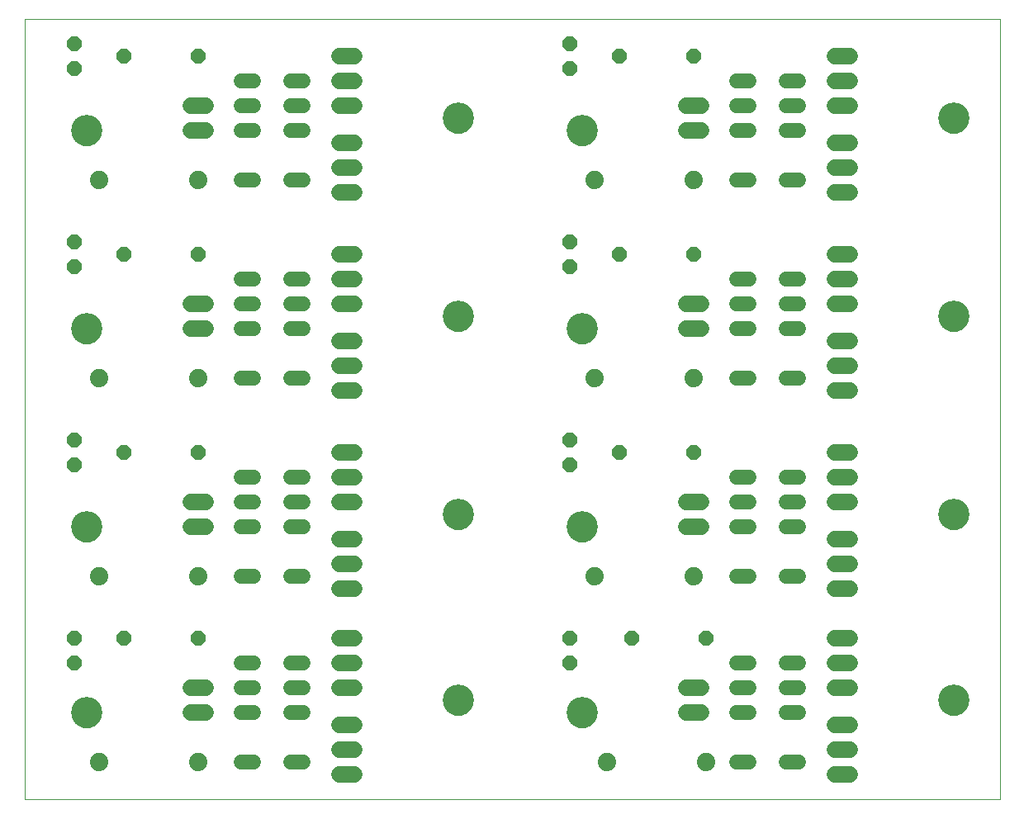
<source format=gts>
G75*
%MOIN*%
%OFA0B0*%
%FSLAX25Y25*%
%IPPOS*%
%LPD*%
%AMOC8*
5,1,8,0,0,1.08239X$1,22.5*
%
%ADD10C,0.00000*%
%ADD11C,0.07400*%
%ADD12C,0.06800*%
%ADD13OC8,0.06000*%
%ADD14C,0.05950*%
%ADD15C,0.12611*%
D10*
X0002600Y0002600D02*
X0002600Y0317561D01*
X0396301Y0317561D01*
X0396301Y0002600D01*
X0002600Y0002600D01*
X0021694Y0037600D02*
X0021696Y0037753D01*
X0021702Y0037907D01*
X0021712Y0038060D01*
X0021726Y0038212D01*
X0021744Y0038365D01*
X0021766Y0038516D01*
X0021791Y0038667D01*
X0021821Y0038818D01*
X0021855Y0038968D01*
X0021892Y0039116D01*
X0021933Y0039264D01*
X0021978Y0039410D01*
X0022027Y0039556D01*
X0022080Y0039700D01*
X0022136Y0039842D01*
X0022196Y0039983D01*
X0022260Y0040123D01*
X0022327Y0040261D01*
X0022398Y0040397D01*
X0022473Y0040531D01*
X0022550Y0040663D01*
X0022632Y0040793D01*
X0022716Y0040921D01*
X0022804Y0041047D01*
X0022895Y0041170D01*
X0022989Y0041291D01*
X0023087Y0041409D01*
X0023187Y0041525D01*
X0023291Y0041638D01*
X0023397Y0041749D01*
X0023506Y0041857D01*
X0023618Y0041962D01*
X0023732Y0042063D01*
X0023850Y0042162D01*
X0023969Y0042258D01*
X0024091Y0042351D01*
X0024216Y0042440D01*
X0024343Y0042527D01*
X0024472Y0042609D01*
X0024603Y0042689D01*
X0024736Y0042765D01*
X0024871Y0042838D01*
X0025008Y0042907D01*
X0025147Y0042972D01*
X0025287Y0043034D01*
X0025429Y0043092D01*
X0025572Y0043147D01*
X0025717Y0043198D01*
X0025863Y0043245D01*
X0026010Y0043288D01*
X0026158Y0043327D01*
X0026307Y0043363D01*
X0026457Y0043394D01*
X0026608Y0043422D01*
X0026759Y0043446D01*
X0026912Y0043466D01*
X0027064Y0043482D01*
X0027217Y0043494D01*
X0027370Y0043502D01*
X0027523Y0043506D01*
X0027677Y0043506D01*
X0027830Y0043502D01*
X0027983Y0043494D01*
X0028136Y0043482D01*
X0028288Y0043466D01*
X0028441Y0043446D01*
X0028592Y0043422D01*
X0028743Y0043394D01*
X0028893Y0043363D01*
X0029042Y0043327D01*
X0029190Y0043288D01*
X0029337Y0043245D01*
X0029483Y0043198D01*
X0029628Y0043147D01*
X0029771Y0043092D01*
X0029913Y0043034D01*
X0030053Y0042972D01*
X0030192Y0042907D01*
X0030329Y0042838D01*
X0030464Y0042765D01*
X0030597Y0042689D01*
X0030728Y0042609D01*
X0030857Y0042527D01*
X0030984Y0042440D01*
X0031109Y0042351D01*
X0031231Y0042258D01*
X0031350Y0042162D01*
X0031468Y0042063D01*
X0031582Y0041962D01*
X0031694Y0041857D01*
X0031803Y0041749D01*
X0031909Y0041638D01*
X0032013Y0041525D01*
X0032113Y0041409D01*
X0032211Y0041291D01*
X0032305Y0041170D01*
X0032396Y0041047D01*
X0032484Y0040921D01*
X0032568Y0040793D01*
X0032650Y0040663D01*
X0032727Y0040531D01*
X0032802Y0040397D01*
X0032873Y0040261D01*
X0032940Y0040123D01*
X0033004Y0039983D01*
X0033064Y0039842D01*
X0033120Y0039700D01*
X0033173Y0039556D01*
X0033222Y0039410D01*
X0033267Y0039264D01*
X0033308Y0039116D01*
X0033345Y0038968D01*
X0033379Y0038818D01*
X0033409Y0038667D01*
X0033434Y0038516D01*
X0033456Y0038365D01*
X0033474Y0038212D01*
X0033488Y0038060D01*
X0033498Y0037907D01*
X0033504Y0037753D01*
X0033506Y0037600D01*
X0033504Y0037447D01*
X0033498Y0037293D01*
X0033488Y0037140D01*
X0033474Y0036988D01*
X0033456Y0036835D01*
X0033434Y0036684D01*
X0033409Y0036533D01*
X0033379Y0036382D01*
X0033345Y0036232D01*
X0033308Y0036084D01*
X0033267Y0035936D01*
X0033222Y0035790D01*
X0033173Y0035644D01*
X0033120Y0035500D01*
X0033064Y0035358D01*
X0033004Y0035217D01*
X0032940Y0035077D01*
X0032873Y0034939D01*
X0032802Y0034803D01*
X0032727Y0034669D01*
X0032650Y0034537D01*
X0032568Y0034407D01*
X0032484Y0034279D01*
X0032396Y0034153D01*
X0032305Y0034030D01*
X0032211Y0033909D01*
X0032113Y0033791D01*
X0032013Y0033675D01*
X0031909Y0033562D01*
X0031803Y0033451D01*
X0031694Y0033343D01*
X0031582Y0033238D01*
X0031468Y0033137D01*
X0031350Y0033038D01*
X0031231Y0032942D01*
X0031109Y0032849D01*
X0030984Y0032760D01*
X0030857Y0032673D01*
X0030728Y0032591D01*
X0030597Y0032511D01*
X0030464Y0032435D01*
X0030329Y0032362D01*
X0030192Y0032293D01*
X0030053Y0032228D01*
X0029913Y0032166D01*
X0029771Y0032108D01*
X0029628Y0032053D01*
X0029483Y0032002D01*
X0029337Y0031955D01*
X0029190Y0031912D01*
X0029042Y0031873D01*
X0028893Y0031837D01*
X0028743Y0031806D01*
X0028592Y0031778D01*
X0028441Y0031754D01*
X0028288Y0031734D01*
X0028136Y0031718D01*
X0027983Y0031706D01*
X0027830Y0031698D01*
X0027677Y0031694D01*
X0027523Y0031694D01*
X0027370Y0031698D01*
X0027217Y0031706D01*
X0027064Y0031718D01*
X0026912Y0031734D01*
X0026759Y0031754D01*
X0026608Y0031778D01*
X0026457Y0031806D01*
X0026307Y0031837D01*
X0026158Y0031873D01*
X0026010Y0031912D01*
X0025863Y0031955D01*
X0025717Y0032002D01*
X0025572Y0032053D01*
X0025429Y0032108D01*
X0025287Y0032166D01*
X0025147Y0032228D01*
X0025008Y0032293D01*
X0024871Y0032362D01*
X0024736Y0032435D01*
X0024603Y0032511D01*
X0024472Y0032591D01*
X0024343Y0032673D01*
X0024216Y0032760D01*
X0024091Y0032849D01*
X0023969Y0032942D01*
X0023850Y0033038D01*
X0023732Y0033137D01*
X0023618Y0033238D01*
X0023506Y0033343D01*
X0023397Y0033451D01*
X0023291Y0033562D01*
X0023187Y0033675D01*
X0023087Y0033791D01*
X0022989Y0033909D01*
X0022895Y0034030D01*
X0022804Y0034153D01*
X0022716Y0034279D01*
X0022632Y0034407D01*
X0022550Y0034537D01*
X0022473Y0034669D01*
X0022398Y0034803D01*
X0022327Y0034939D01*
X0022260Y0035077D01*
X0022196Y0035217D01*
X0022136Y0035358D01*
X0022080Y0035500D01*
X0022027Y0035644D01*
X0021978Y0035790D01*
X0021933Y0035936D01*
X0021892Y0036084D01*
X0021855Y0036232D01*
X0021821Y0036382D01*
X0021791Y0036533D01*
X0021766Y0036684D01*
X0021744Y0036835D01*
X0021726Y0036988D01*
X0021712Y0037140D01*
X0021702Y0037293D01*
X0021696Y0037447D01*
X0021694Y0037600D01*
X0021694Y0112600D02*
X0021696Y0112753D01*
X0021702Y0112907D01*
X0021712Y0113060D01*
X0021726Y0113212D01*
X0021744Y0113365D01*
X0021766Y0113516D01*
X0021791Y0113667D01*
X0021821Y0113818D01*
X0021855Y0113968D01*
X0021892Y0114116D01*
X0021933Y0114264D01*
X0021978Y0114410D01*
X0022027Y0114556D01*
X0022080Y0114700D01*
X0022136Y0114842D01*
X0022196Y0114983D01*
X0022260Y0115123D01*
X0022327Y0115261D01*
X0022398Y0115397D01*
X0022473Y0115531D01*
X0022550Y0115663D01*
X0022632Y0115793D01*
X0022716Y0115921D01*
X0022804Y0116047D01*
X0022895Y0116170D01*
X0022989Y0116291D01*
X0023087Y0116409D01*
X0023187Y0116525D01*
X0023291Y0116638D01*
X0023397Y0116749D01*
X0023506Y0116857D01*
X0023618Y0116962D01*
X0023732Y0117063D01*
X0023850Y0117162D01*
X0023969Y0117258D01*
X0024091Y0117351D01*
X0024216Y0117440D01*
X0024343Y0117527D01*
X0024472Y0117609D01*
X0024603Y0117689D01*
X0024736Y0117765D01*
X0024871Y0117838D01*
X0025008Y0117907D01*
X0025147Y0117972D01*
X0025287Y0118034D01*
X0025429Y0118092D01*
X0025572Y0118147D01*
X0025717Y0118198D01*
X0025863Y0118245D01*
X0026010Y0118288D01*
X0026158Y0118327D01*
X0026307Y0118363D01*
X0026457Y0118394D01*
X0026608Y0118422D01*
X0026759Y0118446D01*
X0026912Y0118466D01*
X0027064Y0118482D01*
X0027217Y0118494D01*
X0027370Y0118502D01*
X0027523Y0118506D01*
X0027677Y0118506D01*
X0027830Y0118502D01*
X0027983Y0118494D01*
X0028136Y0118482D01*
X0028288Y0118466D01*
X0028441Y0118446D01*
X0028592Y0118422D01*
X0028743Y0118394D01*
X0028893Y0118363D01*
X0029042Y0118327D01*
X0029190Y0118288D01*
X0029337Y0118245D01*
X0029483Y0118198D01*
X0029628Y0118147D01*
X0029771Y0118092D01*
X0029913Y0118034D01*
X0030053Y0117972D01*
X0030192Y0117907D01*
X0030329Y0117838D01*
X0030464Y0117765D01*
X0030597Y0117689D01*
X0030728Y0117609D01*
X0030857Y0117527D01*
X0030984Y0117440D01*
X0031109Y0117351D01*
X0031231Y0117258D01*
X0031350Y0117162D01*
X0031468Y0117063D01*
X0031582Y0116962D01*
X0031694Y0116857D01*
X0031803Y0116749D01*
X0031909Y0116638D01*
X0032013Y0116525D01*
X0032113Y0116409D01*
X0032211Y0116291D01*
X0032305Y0116170D01*
X0032396Y0116047D01*
X0032484Y0115921D01*
X0032568Y0115793D01*
X0032650Y0115663D01*
X0032727Y0115531D01*
X0032802Y0115397D01*
X0032873Y0115261D01*
X0032940Y0115123D01*
X0033004Y0114983D01*
X0033064Y0114842D01*
X0033120Y0114700D01*
X0033173Y0114556D01*
X0033222Y0114410D01*
X0033267Y0114264D01*
X0033308Y0114116D01*
X0033345Y0113968D01*
X0033379Y0113818D01*
X0033409Y0113667D01*
X0033434Y0113516D01*
X0033456Y0113365D01*
X0033474Y0113212D01*
X0033488Y0113060D01*
X0033498Y0112907D01*
X0033504Y0112753D01*
X0033506Y0112600D01*
X0033504Y0112447D01*
X0033498Y0112293D01*
X0033488Y0112140D01*
X0033474Y0111988D01*
X0033456Y0111835D01*
X0033434Y0111684D01*
X0033409Y0111533D01*
X0033379Y0111382D01*
X0033345Y0111232D01*
X0033308Y0111084D01*
X0033267Y0110936D01*
X0033222Y0110790D01*
X0033173Y0110644D01*
X0033120Y0110500D01*
X0033064Y0110358D01*
X0033004Y0110217D01*
X0032940Y0110077D01*
X0032873Y0109939D01*
X0032802Y0109803D01*
X0032727Y0109669D01*
X0032650Y0109537D01*
X0032568Y0109407D01*
X0032484Y0109279D01*
X0032396Y0109153D01*
X0032305Y0109030D01*
X0032211Y0108909D01*
X0032113Y0108791D01*
X0032013Y0108675D01*
X0031909Y0108562D01*
X0031803Y0108451D01*
X0031694Y0108343D01*
X0031582Y0108238D01*
X0031468Y0108137D01*
X0031350Y0108038D01*
X0031231Y0107942D01*
X0031109Y0107849D01*
X0030984Y0107760D01*
X0030857Y0107673D01*
X0030728Y0107591D01*
X0030597Y0107511D01*
X0030464Y0107435D01*
X0030329Y0107362D01*
X0030192Y0107293D01*
X0030053Y0107228D01*
X0029913Y0107166D01*
X0029771Y0107108D01*
X0029628Y0107053D01*
X0029483Y0107002D01*
X0029337Y0106955D01*
X0029190Y0106912D01*
X0029042Y0106873D01*
X0028893Y0106837D01*
X0028743Y0106806D01*
X0028592Y0106778D01*
X0028441Y0106754D01*
X0028288Y0106734D01*
X0028136Y0106718D01*
X0027983Y0106706D01*
X0027830Y0106698D01*
X0027677Y0106694D01*
X0027523Y0106694D01*
X0027370Y0106698D01*
X0027217Y0106706D01*
X0027064Y0106718D01*
X0026912Y0106734D01*
X0026759Y0106754D01*
X0026608Y0106778D01*
X0026457Y0106806D01*
X0026307Y0106837D01*
X0026158Y0106873D01*
X0026010Y0106912D01*
X0025863Y0106955D01*
X0025717Y0107002D01*
X0025572Y0107053D01*
X0025429Y0107108D01*
X0025287Y0107166D01*
X0025147Y0107228D01*
X0025008Y0107293D01*
X0024871Y0107362D01*
X0024736Y0107435D01*
X0024603Y0107511D01*
X0024472Y0107591D01*
X0024343Y0107673D01*
X0024216Y0107760D01*
X0024091Y0107849D01*
X0023969Y0107942D01*
X0023850Y0108038D01*
X0023732Y0108137D01*
X0023618Y0108238D01*
X0023506Y0108343D01*
X0023397Y0108451D01*
X0023291Y0108562D01*
X0023187Y0108675D01*
X0023087Y0108791D01*
X0022989Y0108909D01*
X0022895Y0109030D01*
X0022804Y0109153D01*
X0022716Y0109279D01*
X0022632Y0109407D01*
X0022550Y0109537D01*
X0022473Y0109669D01*
X0022398Y0109803D01*
X0022327Y0109939D01*
X0022260Y0110077D01*
X0022196Y0110217D01*
X0022136Y0110358D01*
X0022080Y0110500D01*
X0022027Y0110644D01*
X0021978Y0110790D01*
X0021933Y0110936D01*
X0021892Y0111084D01*
X0021855Y0111232D01*
X0021821Y0111382D01*
X0021791Y0111533D01*
X0021766Y0111684D01*
X0021744Y0111835D01*
X0021726Y0111988D01*
X0021712Y0112140D01*
X0021702Y0112293D01*
X0021696Y0112447D01*
X0021694Y0112600D01*
X0021694Y0192600D02*
X0021696Y0192753D01*
X0021702Y0192907D01*
X0021712Y0193060D01*
X0021726Y0193212D01*
X0021744Y0193365D01*
X0021766Y0193516D01*
X0021791Y0193667D01*
X0021821Y0193818D01*
X0021855Y0193968D01*
X0021892Y0194116D01*
X0021933Y0194264D01*
X0021978Y0194410D01*
X0022027Y0194556D01*
X0022080Y0194700D01*
X0022136Y0194842D01*
X0022196Y0194983D01*
X0022260Y0195123D01*
X0022327Y0195261D01*
X0022398Y0195397D01*
X0022473Y0195531D01*
X0022550Y0195663D01*
X0022632Y0195793D01*
X0022716Y0195921D01*
X0022804Y0196047D01*
X0022895Y0196170D01*
X0022989Y0196291D01*
X0023087Y0196409D01*
X0023187Y0196525D01*
X0023291Y0196638D01*
X0023397Y0196749D01*
X0023506Y0196857D01*
X0023618Y0196962D01*
X0023732Y0197063D01*
X0023850Y0197162D01*
X0023969Y0197258D01*
X0024091Y0197351D01*
X0024216Y0197440D01*
X0024343Y0197527D01*
X0024472Y0197609D01*
X0024603Y0197689D01*
X0024736Y0197765D01*
X0024871Y0197838D01*
X0025008Y0197907D01*
X0025147Y0197972D01*
X0025287Y0198034D01*
X0025429Y0198092D01*
X0025572Y0198147D01*
X0025717Y0198198D01*
X0025863Y0198245D01*
X0026010Y0198288D01*
X0026158Y0198327D01*
X0026307Y0198363D01*
X0026457Y0198394D01*
X0026608Y0198422D01*
X0026759Y0198446D01*
X0026912Y0198466D01*
X0027064Y0198482D01*
X0027217Y0198494D01*
X0027370Y0198502D01*
X0027523Y0198506D01*
X0027677Y0198506D01*
X0027830Y0198502D01*
X0027983Y0198494D01*
X0028136Y0198482D01*
X0028288Y0198466D01*
X0028441Y0198446D01*
X0028592Y0198422D01*
X0028743Y0198394D01*
X0028893Y0198363D01*
X0029042Y0198327D01*
X0029190Y0198288D01*
X0029337Y0198245D01*
X0029483Y0198198D01*
X0029628Y0198147D01*
X0029771Y0198092D01*
X0029913Y0198034D01*
X0030053Y0197972D01*
X0030192Y0197907D01*
X0030329Y0197838D01*
X0030464Y0197765D01*
X0030597Y0197689D01*
X0030728Y0197609D01*
X0030857Y0197527D01*
X0030984Y0197440D01*
X0031109Y0197351D01*
X0031231Y0197258D01*
X0031350Y0197162D01*
X0031468Y0197063D01*
X0031582Y0196962D01*
X0031694Y0196857D01*
X0031803Y0196749D01*
X0031909Y0196638D01*
X0032013Y0196525D01*
X0032113Y0196409D01*
X0032211Y0196291D01*
X0032305Y0196170D01*
X0032396Y0196047D01*
X0032484Y0195921D01*
X0032568Y0195793D01*
X0032650Y0195663D01*
X0032727Y0195531D01*
X0032802Y0195397D01*
X0032873Y0195261D01*
X0032940Y0195123D01*
X0033004Y0194983D01*
X0033064Y0194842D01*
X0033120Y0194700D01*
X0033173Y0194556D01*
X0033222Y0194410D01*
X0033267Y0194264D01*
X0033308Y0194116D01*
X0033345Y0193968D01*
X0033379Y0193818D01*
X0033409Y0193667D01*
X0033434Y0193516D01*
X0033456Y0193365D01*
X0033474Y0193212D01*
X0033488Y0193060D01*
X0033498Y0192907D01*
X0033504Y0192753D01*
X0033506Y0192600D01*
X0033504Y0192447D01*
X0033498Y0192293D01*
X0033488Y0192140D01*
X0033474Y0191988D01*
X0033456Y0191835D01*
X0033434Y0191684D01*
X0033409Y0191533D01*
X0033379Y0191382D01*
X0033345Y0191232D01*
X0033308Y0191084D01*
X0033267Y0190936D01*
X0033222Y0190790D01*
X0033173Y0190644D01*
X0033120Y0190500D01*
X0033064Y0190358D01*
X0033004Y0190217D01*
X0032940Y0190077D01*
X0032873Y0189939D01*
X0032802Y0189803D01*
X0032727Y0189669D01*
X0032650Y0189537D01*
X0032568Y0189407D01*
X0032484Y0189279D01*
X0032396Y0189153D01*
X0032305Y0189030D01*
X0032211Y0188909D01*
X0032113Y0188791D01*
X0032013Y0188675D01*
X0031909Y0188562D01*
X0031803Y0188451D01*
X0031694Y0188343D01*
X0031582Y0188238D01*
X0031468Y0188137D01*
X0031350Y0188038D01*
X0031231Y0187942D01*
X0031109Y0187849D01*
X0030984Y0187760D01*
X0030857Y0187673D01*
X0030728Y0187591D01*
X0030597Y0187511D01*
X0030464Y0187435D01*
X0030329Y0187362D01*
X0030192Y0187293D01*
X0030053Y0187228D01*
X0029913Y0187166D01*
X0029771Y0187108D01*
X0029628Y0187053D01*
X0029483Y0187002D01*
X0029337Y0186955D01*
X0029190Y0186912D01*
X0029042Y0186873D01*
X0028893Y0186837D01*
X0028743Y0186806D01*
X0028592Y0186778D01*
X0028441Y0186754D01*
X0028288Y0186734D01*
X0028136Y0186718D01*
X0027983Y0186706D01*
X0027830Y0186698D01*
X0027677Y0186694D01*
X0027523Y0186694D01*
X0027370Y0186698D01*
X0027217Y0186706D01*
X0027064Y0186718D01*
X0026912Y0186734D01*
X0026759Y0186754D01*
X0026608Y0186778D01*
X0026457Y0186806D01*
X0026307Y0186837D01*
X0026158Y0186873D01*
X0026010Y0186912D01*
X0025863Y0186955D01*
X0025717Y0187002D01*
X0025572Y0187053D01*
X0025429Y0187108D01*
X0025287Y0187166D01*
X0025147Y0187228D01*
X0025008Y0187293D01*
X0024871Y0187362D01*
X0024736Y0187435D01*
X0024603Y0187511D01*
X0024472Y0187591D01*
X0024343Y0187673D01*
X0024216Y0187760D01*
X0024091Y0187849D01*
X0023969Y0187942D01*
X0023850Y0188038D01*
X0023732Y0188137D01*
X0023618Y0188238D01*
X0023506Y0188343D01*
X0023397Y0188451D01*
X0023291Y0188562D01*
X0023187Y0188675D01*
X0023087Y0188791D01*
X0022989Y0188909D01*
X0022895Y0189030D01*
X0022804Y0189153D01*
X0022716Y0189279D01*
X0022632Y0189407D01*
X0022550Y0189537D01*
X0022473Y0189669D01*
X0022398Y0189803D01*
X0022327Y0189939D01*
X0022260Y0190077D01*
X0022196Y0190217D01*
X0022136Y0190358D01*
X0022080Y0190500D01*
X0022027Y0190644D01*
X0021978Y0190790D01*
X0021933Y0190936D01*
X0021892Y0191084D01*
X0021855Y0191232D01*
X0021821Y0191382D01*
X0021791Y0191533D01*
X0021766Y0191684D01*
X0021744Y0191835D01*
X0021726Y0191988D01*
X0021712Y0192140D01*
X0021702Y0192293D01*
X0021696Y0192447D01*
X0021694Y0192600D01*
X0021694Y0272600D02*
X0021696Y0272753D01*
X0021702Y0272907D01*
X0021712Y0273060D01*
X0021726Y0273212D01*
X0021744Y0273365D01*
X0021766Y0273516D01*
X0021791Y0273667D01*
X0021821Y0273818D01*
X0021855Y0273968D01*
X0021892Y0274116D01*
X0021933Y0274264D01*
X0021978Y0274410D01*
X0022027Y0274556D01*
X0022080Y0274700D01*
X0022136Y0274842D01*
X0022196Y0274983D01*
X0022260Y0275123D01*
X0022327Y0275261D01*
X0022398Y0275397D01*
X0022473Y0275531D01*
X0022550Y0275663D01*
X0022632Y0275793D01*
X0022716Y0275921D01*
X0022804Y0276047D01*
X0022895Y0276170D01*
X0022989Y0276291D01*
X0023087Y0276409D01*
X0023187Y0276525D01*
X0023291Y0276638D01*
X0023397Y0276749D01*
X0023506Y0276857D01*
X0023618Y0276962D01*
X0023732Y0277063D01*
X0023850Y0277162D01*
X0023969Y0277258D01*
X0024091Y0277351D01*
X0024216Y0277440D01*
X0024343Y0277527D01*
X0024472Y0277609D01*
X0024603Y0277689D01*
X0024736Y0277765D01*
X0024871Y0277838D01*
X0025008Y0277907D01*
X0025147Y0277972D01*
X0025287Y0278034D01*
X0025429Y0278092D01*
X0025572Y0278147D01*
X0025717Y0278198D01*
X0025863Y0278245D01*
X0026010Y0278288D01*
X0026158Y0278327D01*
X0026307Y0278363D01*
X0026457Y0278394D01*
X0026608Y0278422D01*
X0026759Y0278446D01*
X0026912Y0278466D01*
X0027064Y0278482D01*
X0027217Y0278494D01*
X0027370Y0278502D01*
X0027523Y0278506D01*
X0027677Y0278506D01*
X0027830Y0278502D01*
X0027983Y0278494D01*
X0028136Y0278482D01*
X0028288Y0278466D01*
X0028441Y0278446D01*
X0028592Y0278422D01*
X0028743Y0278394D01*
X0028893Y0278363D01*
X0029042Y0278327D01*
X0029190Y0278288D01*
X0029337Y0278245D01*
X0029483Y0278198D01*
X0029628Y0278147D01*
X0029771Y0278092D01*
X0029913Y0278034D01*
X0030053Y0277972D01*
X0030192Y0277907D01*
X0030329Y0277838D01*
X0030464Y0277765D01*
X0030597Y0277689D01*
X0030728Y0277609D01*
X0030857Y0277527D01*
X0030984Y0277440D01*
X0031109Y0277351D01*
X0031231Y0277258D01*
X0031350Y0277162D01*
X0031468Y0277063D01*
X0031582Y0276962D01*
X0031694Y0276857D01*
X0031803Y0276749D01*
X0031909Y0276638D01*
X0032013Y0276525D01*
X0032113Y0276409D01*
X0032211Y0276291D01*
X0032305Y0276170D01*
X0032396Y0276047D01*
X0032484Y0275921D01*
X0032568Y0275793D01*
X0032650Y0275663D01*
X0032727Y0275531D01*
X0032802Y0275397D01*
X0032873Y0275261D01*
X0032940Y0275123D01*
X0033004Y0274983D01*
X0033064Y0274842D01*
X0033120Y0274700D01*
X0033173Y0274556D01*
X0033222Y0274410D01*
X0033267Y0274264D01*
X0033308Y0274116D01*
X0033345Y0273968D01*
X0033379Y0273818D01*
X0033409Y0273667D01*
X0033434Y0273516D01*
X0033456Y0273365D01*
X0033474Y0273212D01*
X0033488Y0273060D01*
X0033498Y0272907D01*
X0033504Y0272753D01*
X0033506Y0272600D01*
X0033504Y0272447D01*
X0033498Y0272293D01*
X0033488Y0272140D01*
X0033474Y0271988D01*
X0033456Y0271835D01*
X0033434Y0271684D01*
X0033409Y0271533D01*
X0033379Y0271382D01*
X0033345Y0271232D01*
X0033308Y0271084D01*
X0033267Y0270936D01*
X0033222Y0270790D01*
X0033173Y0270644D01*
X0033120Y0270500D01*
X0033064Y0270358D01*
X0033004Y0270217D01*
X0032940Y0270077D01*
X0032873Y0269939D01*
X0032802Y0269803D01*
X0032727Y0269669D01*
X0032650Y0269537D01*
X0032568Y0269407D01*
X0032484Y0269279D01*
X0032396Y0269153D01*
X0032305Y0269030D01*
X0032211Y0268909D01*
X0032113Y0268791D01*
X0032013Y0268675D01*
X0031909Y0268562D01*
X0031803Y0268451D01*
X0031694Y0268343D01*
X0031582Y0268238D01*
X0031468Y0268137D01*
X0031350Y0268038D01*
X0031231Y0267942D01*
X0031109Y0267849D01*
X0030984Y0267760D01*
X0030857Y0267673D01*
X0030728Y0267591D01*
X0030597Y0267511D01*
X0030464Y0267435D01*
X0030329Y0267362D01*
X0030192Y0267293D01*
X0030053Y0267228D01*
X0029913Y0267166D01*
X0029771Y0267108D01*
X0029628Y0267053D01*
X0029483Y0267002D01*
X0029337Y0266955D01*
X0029190Y0266912D01*
X0029042Y0266873D01*
X0028893Y0266837D01*
X0028743Y0266806D01*
X0028592Y0266778D01*
X0028441Y0266754D01*
X0028288Y0266734D01*
X0028136Y0266718D01*
X0027983Y0266706D01*
X0027830Y0266698D01*
X0027677Y0266694D01*
X0027523Y0266694D01*
X0027370Y0266698D01*
X0027217Y0266706D01*
X0027064Y0266718D01*
X0026912Y0266734D01*
X0026759Y0266754D01*
X0026608Y0266778D01*
X0026457Y0266806D01*
X0026307Y0266837D01*
X0026158Y0266873D01*
X0026010Y0266912D01*
X0025863Y0266955D01*
X0025717Y0267002D01*
X0025572Y0267053D01*
X0025429Y0267108D01*
X0025287Y0267166D01*
X0025147Y0267228D01*
X0025008Y0267293D01*
X0024871Y0267362D01*
X0024736Y0267435D01*
X0024603Y0267511D01*
X0024472Y0267591D01*
X0024343Y0267673D01*
X0024216Y0267760D01*
X0024091Y0267849D01*
X0023969Y0267942D01*
X0023850Y0268038D01*
X0023732Y0268137D01*
X0023618Y0268238D01*
X0023506Y0268343D01*
X0023397Y0268451D01*
X0023291Y0268562D01*
X0023187Y0268675D01*
X0023087Y0268791D01*
X0022989Y0268909D01*
X0022895Y0269030D01*
X0022804Y0269153D01*
X0022716Y0269279D01*
X0022632Y0269407D01*
X0022550Y0269537D01*
X0022473Y0269669D01*
X0022398Y0269803D01*
X0022327Y0269939D01*
X0022260Y0270077D01*
X0022196Y0270217D01*
X0022136Y0270358D01*
X0022080Y0270500D01*
X0022027Y0270644D01*
X0021978Y0270790D01*
X0021933Y0270936D01*
X0021892Y0271084D01*
X0021855Y0271232D01*
X0021821Y0271382D01*
X0021791Y0271533D01*
X0021766Y0271684D01*
X0021744Y0271835D01*
X0021726Y0271988D01*
X0021712Y0272140D01*
X0021702Y0272293D01*
X0021696Y0272447D01*
X0021694Y0272600D01*
X0171694Y0277600D02*
X0171696Y0277753D01*
X0171702Y0277907D01*
X0171712Y0278060D01*
X0171726Y0278212D01*
X0171744Y0278365D01*
X0171766Y0278516D01*
X0171791Y0278667D01*
X0171821Y0278818D01*
X0171855Y0278968D01*
X0171892Y0279116D01*
X0171933Y0279264D01*
X0171978Y0279410D01*
X0172027Y0279556D01*
X0172080Y0279700D01*
X0172136Y0279842D01*
X0172196Y0279983D01*
X0172260Y0280123D01*
X0172327Y0280261D01*
X0172398Y0280397D01*
X0172473Y0280531D01*
X0172550Y0280663D01*
X0172632Y0280793D01*
X0172716Y0280921D01*
X0172804Y0281047D01*
X0172895Y0281170D01*
X0172989Y0281291D01*
X0173087Y0281409D01*
X0173187Y0281525D01*
X0173291Y0281638D01*
X0173397Y0281749D01*
X0173506Y0281857D01*
X0173618Y0281962D01*
X0173732Y0282063D01*
X0173850Y0282162D01*
X0173969Y0282258D01*
X0174091Y0282351D01*
X0174216Y0282440D01*
X0174343Y0282527D01*
X0174472Y0282609D01*
X0174603Y0282689D01*
X0174736Y0282765D01*
X0174871Y0282838D01*
X0175008Y0282907D01*
X0175147Y0282972D01*
X0175287Y0283034D01*
X0175429Y0283092D01*
X0175572Y0283147D01*
X0175717Y0283198D01*
X0175863Y0283245D01*
X0176010Y0283288D01*
X0176158Y0283327D01*
X0176307Y0283363D01*
X0176457Y0283394D01*
X0176608Y0283422D01*
X0176759Y0283446D01*
X0176912Y0283466D01*
X0177064Y0283482D01*
X0177217Y0283494D01*
X0177370Y0283502D01*
X0177523Y0283506D01*
X0177677Y0283506D01*
X0177830Y0283502D01*
X0177983Y0283494D01*
X0178136Y0283482D01*
X0178288Y0283466D01*
X0178441Y0283446D01*
X0178592Y0283422D01*
X0178743Y0283394D01*
X0178893Y0283363D01*
X0179042Y0283327D01*
X0179190Y0283288D01*
X0179337Y0283245D01*
X0179483Y0283198D01*
X0179628Y0283147D01*
X0179771Y0283092D01*
X0179913Y0283034D01*
X0180053Y0282972D01*
X0180192Y0282907D01*
X0180329Y0282838D01*
X0180464Y0282765D01*
X0180597Y0282689D01*
X0180728Y0282609D01*
X0180857Y0282527D01*
X0180984Y0282440D01*
X0181109Y0282351D01*
X0181231Y0282258D01*
X0181350Y0282162D01*
X0181468Y0282063D01*
X0181582Y0281962D01*
X0181694Y0281857D01*
X0181803Y0281749D01*
X0181909Y0281638D01*
X0182013Y0281525D01*
X0182113Y0281409D01*
X0182211Y0281291D01*
X0182305Y0281170D01*
X0182396Y0281047D01*
X0182484Y0280921D01*
X0182568Y0280793D01*
X0182650Y0280663D01*
X0182727Y0280531D01*
X0182802Y0280397D01*
X0182873Y0280261D01*
X0182940Y0280123D01*
X0183004Y0279983D01*
X0183064Y0279842D01*
X0183120Y0279700D01*
X0183173Y0279556D01*
X0183222Y0279410D01*
X0183267Y0279264D01*
X0183308Y0279116D01*
X0183345Y0278968D01*
X0183379Y0278818D01*
X0183409Y0278667D01*
X0183434Y0278516D01*
X0183456Y0278365D01*
X0183474Y0278212D01*
X0183488Y0278060D01*
X0183498Y0277907D01*
X0183504Y0277753D01*
X0183506Y0277600D01*
X0183504Y0277447D01*
X0183498Y0277293D01*
X0183488Y0277140D01*
X0183474Y0276988D01*
X0183456Y0276835D01*
X0183434Y0276684D01*
X0183409Y0276533D01*
X0183379Y0276382D01*
X0183345Y0276232D01*
X0183308Y0276084D01*
X0183267Y0275936D01*
X0183222Y0275790D01*
X0183173Y0275644D01*
X0183120Y0275500D01*
X0183064Y0275358D01*
X0183004Y0275217D01*
X0182940Y0275077D01*
X0182873Y0274939D01*
X0182802Y0274803D01*
X0182727Y0274669D01*
X0182650Y0274537D01*
X0182568Y0274407D01*
X0182484Y0274279D01*
X0182396Y0274153D01*
X0182305Y0274030D01*
X0182211Y0273909D01*
X0182113Y0273791D01*
X0182013Y0273675D01*
X0181909Y0273562D01*
X0181803Y0273451D01*
X0181694Y0273343D01*
X0181582Y0273238D01*
X0181468Y0273137D01*
X0181350Y0273038D01*
X0181231Y0272942D01*
X0181109Y0272849D01*
X0180984Y0272760D01*
X0180857Y0272673D01*
X0180728Y0272591D01*
X0180597Y0272511D01*
X0180464Y0272435D01*
X0180329Y0272362D01*
X0180192Y0272293D01*
X0180053Y0272228D01*
X0179913Y0272166D01*
X0179771Y0272108D01*
X0179628Y0272053D01*
X0179483Y0272002D01*
X0179337Y0271955D01*
X0179190Y0271912D01*
X0179042Y0271873D01*
X0178893Y0271837D01*
X0178743Y0271806D01*
X0178592Y0271778D01*
X0178441Y0271754D01*
X0178288Y0271734D01*
X0178136Y0271718D01*
X0177983Y0271706D01*
X0177830Y0271698D01*
X0177677Y0271694D01*
X0177523Y0271694D01*
X0177370Y0271698D01*
X0177217Y0271706D01*
X0177064Y0271718D01*
X0176912Y0271734D01*
X0176759Y0271754D01*
X0176608Y0271778D01*
X0176457Y0271806D01*
X0176307Y0271837D01*
X0176158Y0271873D01*
X0176010Y0271912D01*
X0175863Y0271955D01*
X0175717Y0272002D01*
X0175572Y0272053D01*
X0175429Y0272108D01*
X0175287Y0272166D01*
X0175147Y0272228D01*
X0175008Y0272293D01*
X0174871Y0272362D01*
X0174736Y0272435D01*
X0174603Y0272511D01*
X0174472Y0272591D01*
X0174343Y0272673D01*
X0174216Y0272760D01*
X0174091Y0272849D01*
X0173969Y0272942D01*
X0173850Y0273038D01*
X0173732Y0273137D01*
X0173618Y0273238D01*
X0173506Y0273343D01*
X0173397Y0273451D01*
X0173291Y0273562D01*
X0173187Y0273675D01*
X0173087Y0273791D01*
X0172989Y0273909D01*
X0172895Y0274030D01*
X0172804Y0274153D01*
X0172716Y0274279D01*
X0172632Y0274407D01*
X0172550Y0274537D01*
X0172473Y0274669D01*
X0172398Y0274803D01*
X0172327Y0274939D01*
X0172260Y0275077D01*
X0172196Y0275217D01*
X0172136Y0275358D01*
X0172080Y0275500D01*
X0172027Y0275644D01*
X0171978Y0275790D01*
X0171933Y0275936D01*
X0171892Y0276084D01*
X0171855Y0276232D01*
X0171821Y0276382D01*
X0171791Y0276533D01*
X0171766Y0276684D01*
X0171744Y0276835D01*
X0171726Y0276988D01*
X0171712Y0277140D01*
X0171702Y0277293D01*
X0171696Y0277447D01*
X0171694Y0277600D01*
X0221694Y0272600D02*
X0221696Y0272753D01*
X0221702Y0272907D01*
X0221712Y0273060D01*
X0221726Y0273212D01*
X0221744Y0273365D01*
X0221766Y0273516D01*
X0221791Y0273667D01*
X0221821Y0273818D01*
X0221855Y0273968D01*
X0221892Y0274116D01*
X0221933Y0274264D01*
X0221978Y0274410D01*
X0222027Y0274556D01*
X0222080Y0274700D01*
X0222136Y0274842D01*
X0222196Y0274983D01*
X0222260Y0275123D01*
X0222327Y0275261D01*
X0222398Y0275397D01*
X0222473Y0275531D01*
X0222550Y0275663D01*
X0222632Y0275793D01*
X0222716Y0275921D01*
X0222804Y0276047D01*
X0222895Y0276170D01*
X0222989Y0276291D01*
X0223087Y0276409D01*
X0223187Y0276525D01*
X0223291Y0276638D01*
X0223397Y0276749D01*
X0223506Y0276857D01*
X0223618Y0276962D01*
X0223732Y0277063D01*
X0223850Y0277162D01*
X0223969Y0277258D01*
X0224091Y0277351D01*
X0224216Y0277440D01*
X0224343Y0277527D01*
X0224472Y0277609D01*
X0224603Y0277689D01*
X0224736Y0277765D01*
X0224871Y0277838D01*
X0225008Y0277907D01*
X0225147Y0277972D01*
X0225287Y0278034D01*
X0225429Y0278092D01*
X0225572Y0278147D01*
X0225717Y0278198D01*
X0225863Y0278245D01*
X0226010Y0278288D01*
X0226158Y0278327D01*
X0226307Y0278363D01*
X0226457Y0278394D01*
X0226608Y0278422D01*
X0226759Y0278446D01*
X0226912Y0278466D01*
X0227064Y0278482D01*
X0227217Y0278494D01*
X0227370Y0278502D01*
X0227523Y0278506D01*
X0227677Y0278506D01*
X0227830Y0278502D01*
X0227983Y0278494D01*
X0228136Y0278482D01*
X0228288Y0278466D01*
X0228441Y0278446D01*
X0228592Y0278422D01*
X0228743Y0278394D01*
X0228893Y0278363D01*
X0229042Y0278327D01*
X0229190Y0278288D01*
X0229337Y0278245D01*
X0229483Y0278198D01*
X0229628Y0278147D01*
X0229771Y0278092D01*
X0229913Y0278034D01*
X0230053Y0277972D01*
X0230192Y0277907D01*
X0230329Y0277838D01*
X0230464Y0277765D01*
X0230597Y0277689D01*
X0230728Y0277609D01*
X0230857Y0277527D01*
X0230984Y0277440D01*
X0231109Y0277351D01*
X0231231Y0277258D01*
X0231350Y0277162D01*
X0231468Y0277063D01*
X0231582Y0276962D01*
X0231694Y0276857D01*
X0231803Y0276749D01*
X0231909Y0276638D01*
X0232013Y0276525D01*
X0232113Y0276409D01*
X0232211Y0276291D01*
X0232305Y0276170D01*
X0232396Y0276047D01*
X0232484Y0275921D01*
X0232568Y0275793D01*
X0232650Y0275663D01*
X0232727Y0275531D01*
X0232802Y0275397D01*
X0232873Y0275261D01*
X0232940Y0275123D01*
X0233004Y0274983D01*
X0233064Y0274842D01*
X0233120Y0274700D01*
X0233173Y0274556D01*
X0233222Y0274410D01*
X0233267Y0274264D01*
X0233308Y0274116D01*
X0233345Y0273968D01*
X0233379Y0273818D01*
X0233409Y0273667D01*
X0233434Y0273516D01*
X0233456Y0273365D01*
X0233474Y0273212D01*
X0233488Y0273060D01*
X0233498Y0272907D01*
X0233504Y0272753D01*
X0233506Y0272600D01*
X0233504Y0272447D01*
X0233498Y0272293D01*
X0233488Y0272140D01*
X0233474Y0271988D01*
X0233456Y0271835D01*
X0233434Y0271684D01*
X0233409Y0271533D01*
X0233379Y0271382D01*
X0233345Y0271232D01*
X0233308Y0271084D01*
X0233267Y0270936D01*
X0233222Y0270790D01*
X0233173Y0270644D01*
X0233120Y0270500D01*
X0233064Y0270358D01*
X0233004Y0270217D01*
X0232940Y0270077D01*
X0232873Y0269939D01*
X0232802Y0269803D01*
X0232727Y0269669D01*
X0232650Y0269537D01*
X0232568Y0269407D01*
X0232484Y0269279D01*
X0232396Y0269153D01*
X0232305Y0269030D01*
X0232211Y0268909D01*
X0232113Y0268791D01*
X0232013Y0268675D01*
X0231909Y0268562D01*
X0231803Y0268451D01*
X0231694Y0268343D01*
X0231582Y0268238D01*
X0231468Y0268137D01*
X0231350Y0268038D01*
X0231231Y0267942D01*
X0231109Y0267849D01*
X0230984Y0267760D01*
X0230857Y0267673D01*
X0230728Y0267591D01*
X0230597Y0267511D01*
X0230464Y0267435D01*
X0230329Y0267362D01*
X0230192Y0267293D01*
X0230053Y0267228D01*
X0229913Y0267166D01*
X0229771Y0267108D01*
X0229628Y0267053D01*
X0229483Y0267002D01*
X0229337Y0266955D01*
X0229190Y0266912D01*
X0229042Y0266873D01*
X0228893Y0266837D01*
X0228743Y0266806D01*
X0228592Y0266778D01*
X0228441Y0266754D01*
X0228288Y0266734D01*
X0228136Y0266718D01*
X0227983Y0266706D01*
X0227830Y0266698D01*
X0227677Y0266694D01*
X0227523Y0266694D01*
X0227370Y0266698D01*
X0227217Y0266706D01*
X0227064Y0266718D01*
X0226912Y0266734D01*
X0226759Y0266754D01*
X0226608Y0266778D01*
X0226457Y0266806D01*
X0226307Y0266837D01*
X0226158Y0266873D01*
X0226010Y0266912D01*
X0225863Y0266955D01*
X0225717Y0267002D01*
X0225572Y0267053D01*
X0225429Y0267108D01*
X0225287Y0267166D01*
X0225147Y0267228D01*
X0225008Y0267293D01*
X0224871Y0267362D01*
X0224736Y0267435D01*
X0224603Y0267511D01*
X0224472Y0267591D01*
X0224343Y0267673D01*
X0224216Y0267760D01*
X0224091Y0267849D01*
X0223969Y0267942D01*
X0223850Y0268038D01*
X0223732Y0268137D01*
X0223618Y0268238D01*
X0223506Y0268343D01*
X0223397Y0268451D01*
X0223291Y0268562D01*
X0223187Y0268675D01*
X0223087Y0268791D01*
X0222989Y0268909D01*
X0222895Y0269030D01*
X0222804Y0269153D01*
X0222716Y0269279D01*
X0222632Y0269407D01*
X0222550Y0269537D01*
X0222473Y0269669D01*
X0222398Y0269803D01*
X0222327Y0269939D01*
X0222260Y0270077D01*
X0222196Y0270217D01*
X0222136Y0270358D01*
X0222080Y0270500D01*
X0222027Y0270644D01*
X0221978Y0270790D01*
X0221933Y0270936D01*
X0221892Y0271084D01*
X0221855Y0271232D01*
X0221821Y0271382D01*
X0221791Y0271533D01*
X0221766Y0271684D01*
X0221744Y0271835D01*
X0221726Y0271988D01*
X0221712Y0272140D01*
X0221702Y0272293D01*
X0221696Y0272447D01*
X0221694Y0272600D01*
X0171694Y0197600D02*
X0171696Y0197753D01*
X0171702Y0197907D01*
X0171712Y0198060D01*
X0171726Y0198212D01*
X0171744Y0198365D01*
X0171766Y0198516D01*
X0171791Y0198667D01*
X0171821Y0198818D01*
X0171855Y0198968D01*
X0171892Y0199116D01*
X0171933Y0199264D01*
X0171978Y0199410D01*
X0172027Y0199556D01*
X0172080Y0199700D01*
X0172136Y0199842D01*
X0172196Y0199983D01*
X0172260Y0200123D01*
X0172327Y0200261D01*
X0172398Y0200397D01*
X0172473Y0200531D01*
X0172550Y0200663D01*
X0172632Y0200793D01*
X0172716Y0200921D01*
X0172804Y0201047D01*
X0172895Y0201170D01*
X0172989Y0201291D01*
X0173087Y0201409D01*
X0173187Y0201525D01*
X0173291Y0201638D01*
X0173397Y0201749D01*
X0173506Y0201857D01*
X0173618Y0201962D01*
X0173732Y0202063D01*
X0173850Y0202162D01*
X0173969Y0202258D01*
X0174091Y0202351D01*
X0174216Y0202440D01*
X0174343Y0202527D01*
X0174472Y0202609D01*
X0174603Y0202689D01*
X0174736Y0202765D01*
X0174871Y0202838D01*
X0175008Y0202907D01*
X0175147Y0202972D01*
X0175287Y0203034D01*
X0175429Y0203092D01*
X0175572Y0203147D01*
X0175717Y0203198D01*
X0175863Y0203245D01*
X0176010Y0203288D01*
X0176158Y0203327D01*
X0176307Y0203363D01*
X0176457Y0203394D01*
X0176608Y0203422D01*
X0176759Y0203446D01*
X0176912Y0203466D01*
X0177064Y0203482D01*
X0177217Y0203494D01*
X0177370Y0203502D01*
X0177523Y0203506D01*
X0177677Y0203506D01*
X0177830Y0203502D01*
X0177983Y0203494D01*
X0178136Y0203482D01*
X0178288Y0203466D01*
X0178441Y0203446D01*
X0178592Y0203422D01*
X0178743Y0203394D01*
X0178893Y0203363D01*
X0179042Y0203327D01*
X0179190Y0203288D01*
X0179337Y0203245D01*
X0179483Y0203198D01*
X0179628Y0203147D01*
X0179771Y0203092D01*
X0179913Y0203034D01*
X0180053Y0202972D01*
X0180192Y0202907D01*
X0180329Y0202838D01*
X0180464Y0202765D01*
X0180597Y0202689D01*
X0180728Y0202609D01*
X0180857Y0202527D01*
X0180984Y0202440D01*
X0181109Y0202351D01*
X0181231Y0202258D01*
X0181350Y0202162D01*
X0181468Y0202063D01*
X0181582Y0201962D01*
X0181694Y0201857D01*
X0181803Y0201749D01*
X0181909Y0201638D01*
X0182013Y0201525D01*
X0182113Y0201409D01*
X0182211Y0201291D01*
X0182305Y0201170D01*
X0182396Y0201047D01*
X0182484Y0200921D01*
X0182568Y0200793D01*
X0182650Y0200663D01*
X0182727Y0200531D01*
X0182802Y0200397D01*
X0182873Y0200261D01*
X0182940Y0200123D01*
X0183004Y0199983D01*
X0183064Y0199842D01*
X0183120Y0199700D01*
X0183173Y0199556D01*
X0183222Y0199410D01*
X0183267Y0199264D01*
X0183308Y0199116D01*
X0183345Y0198968D01*
X0183379Y0198818D01*
X0183409Y0198667D01*
X0183434Y0198516D01*
X0183456Y0198365D01*
X0183474Y0198212D01*
X0183488Y0198060D01*
X0183498Y0197907D01*
X0183504Y0197753D01*
X0183506Y0197600D01*
X0183504Y0197447D01*
X0183498Y0197293D01*
X0183488Y0197140D01*
X0183474Y0196988D01*
X0183456Y0196835D01*
X0183434Y0196684D01*
X0183409Y0196533D01*
X0183379Y0196382D01*
X0183345Y0196232D01*
X0183308Y0196084D01*
X0183267Y0195936D01*
X0183222Y0195790D01*
X0183173Y0195644D01*
X0183120Y0195500D01*
X0183064Y0195358D01*
X0183004Y0195217D01*
X0182940Y0195077D01*
X0182873Y0194939D01*
X0182802Y0194803D01*
X0182727Y0194669D01*
X0182650Y0194537D01*
X0182568Y0194407D01*
X0182484Y0194279D01*
X0182396Y0194153D01*
X0182305Y0194030D01*
X0182211Y0193909D01*
X0182113Y0193791D01*
X0182013Y0193675D01*
X0181909Y0193562D01*
X0181803Y0193451D01*
X0181694Y0193343D01*
X0181582Y0193238D01*
X0181468Y0193137D01*
X0181350Y0193038D01*
X0181231Y0192942D01*
X0181109Y0192849D01*
X0180984Y0192760D01*
X0180857Y0192673D01*
X0180728Y0192591D01*
X0180597Y0192511D01*
X0180464Y0192435D01*
X0180329Y0192362D01*
X0180192Y0192293D01*
X0180053Y0192228D01*
X0179913Y0192166D01*
X0179771Y0192108D01*
X0179628Y0192053D01*
X0179483Y0192002D01*
X0179337Y0191955D01*
X0179190Y0191912D01*
X0179042Y0191873D01*
X0178893Y0191837D01*
X0178743Y0191806D01*
X0178592Y0191778D01*
X0178441Y0191754D01*
X0178288Y0191734D01*
X0178136Y0191718D01*
X0177983Y0191706D01*
X0177830Y0191698D01*
X0177677Y0191694D01*
X0177523Y0191694D01*
X0177370Y0191698D01*
X0177217Y0191706D01*
X0177064Y0191718D01*
X0176912Y0191734D01*
X0176759Y0191754D01*
X0176608Y0191778D01*
X0176457Y0191806D01*
X0176307Y0191837D01*
X0176158Y0191873D01*
X0176010Y0191912D01*
X0175863Y0191955D01*
X0175717Y0192002D01*
X0175572Y0192053D01*
X0175429Y0192108D01*
X0175287Y0192166D01*
X0175147Y0192228D01*
X0175008Y0192293D01*
X0174871Y0192362D01*
X0174736Y0192435D01*
X0174603Y0192511D01*
X0174472Y0192591D01*
X0174343Y0192673D01*
X0174216Y0192760D01*
X0174091Y0192849D01*
X0173969Y0192942D01*
X0173850Y0193038D01*
X0173732Y0193137D01*
X0173618Y0193238D01*
X0173506Y0193343D01*
X0173397Y0193451D01*
X0173291Y0193562D01*
X0173187Y0193675D01*
X0173087Y0193791D01*
X0172989Y0193909D01*
X0172895Y0194030D01*
X0172804Y0194153D01*
X0172716Y0194279D01*
X0172632Y0194407D01*
X0172550Y0194537D01*
X0172473Y0194669D01*
X0172398Y0194803D01*
X0172327Y0194939D01*
X0172260Y0195077D01*
X0172196Y0195217D01*
X0172136Y0195358D01*
X0172080Y0195500D01*
X0172027Y0195644D01*
X0171978Y0195790D01*
X0171933Y0195936D01*
X0171892Y0196084D01*
X0171855Y0196232D01*
X0171821Y0196382D01*
X0171791Y0196533D01*
X0171766Y0196684D01*
X0171744Y0196835D01*
X0171726Y0196988D01*
X0171712Y0197140D01*
X0171702Y0197293D01*
X0171696Y0197447D01*
X0171694Y0197600D01*
X0221694Y0192600D02*
X0221696Y0192753D01*
X0221702Y0192907D01*
X0221712Y0193060D01*
X0221726Y0193212D01*
X0221744Y0193365D01*
X0221766Y0193516D01*
X0221791Y0193667D01*
X0221821Y0193818D01*
X0221855Y0193968D01*
X0221892Y0194116D01*
X0221933Y0194264D01*
X0221978Y0194410D01*
X0222027Y0194556D01*
X0222080Y0194700D01*
X0222136Y0194842D01*
X0222196Y0194983D01*
X0222260Y0195123D01*
X0222327Y0195261D01*
X0222398Y0195397D01*
X0222473Y0195531D01*
X0222550Y0195663D01*
X0222632Y0195793D01*
X0222716Y0195921D01*
X0222804Y0196047D01*
X0222895Y0196170D01*
X0222989Y0196291D01*
X0223087Y0196409D01*
X0223187Y0196525D01*
X0223291Y0196638D01*
X0223397Y0196749D01*
X0223506Y0196857D01*
X0223618Y0196962D01*
X0223732Y0197063D01*
X0223850Y0197162D01*
X0223969Y0197258D01*
X0224091Y0197351D01*
X0224216Y0197440D01*
X0224343Y0197527D01*
X0224472Y0197609D01*
X0224603Y0197689D01*
X0224736Y0197765D01*
X0224871Y0197838D01*
X0225008Y0197907D01*
X0225147Y0197972D01*
X0225287Y0198034D01*
X0225429Y0198092D01*
X0225572Y0198147D01*
X0225717Y0198198D01*
X0225863Y0198245D01*
X0226010Y0198288D01*
X0226158Y0198327D01*
X0226307Y0198363D01*
X0226457Y0198394D01*
X0226608Y0198422D01*
X0226759Y0198446D01*
X0226912Y0198466D01*
X0227064Y0198482D01*
X0227217Y0198494D01*
X0227370Y0198502D01*
X0227523Y0198506D01*
X0227677Y0198506D01*
X0227830Y0198502D01*
X0227983Y0198494D01*
X0228136Y0198482D01*
X0228288Y0198466D01*
X0228441Y0198446D01*
X0228592Y0198422D01*
X0228743Y0198394D01*
X0228893Y0198363D01*
X0229042Y0198327D01*
X0229190Y0198288D01*
X0229337Y0198245D01*
X0229483Y0198198D01*
X0229628Y0198147D01*
X0229771Y0198092D01*
X0229913Y0198034D01*
X0230053Y0197972D01*
X0230192Y0197907D01*
X0230329Y0197838D01*
X0230464Y0197765D01*
X0230597Y0197689D01*
X0230728Y0197609D01*
X0230857Y0197527D01*
X0230984Y0197440D01*
X0231109Y0197351D01*
X0231231Y0197258D01*
X0231350Y0197162D01*
X0231468Y0197063D01*
X0231582Y0196962D01*
X0231694Y0196857D01*
X0231803Y0196749D01*
X0231909Y0196638D01*
X0232013Y0196525D01*
X0232113Y0196409D01*
X0232211Y0196291D01*
X0232305Y0196170D01*
X0232396Y0196047D01*
X0232484Y0195921D01*
X0232568Y0195793D01*
X0232650Y0195663D01*
X0232727Y0195531D01*
X0232802Y0195397D01*
X0232873Y0195261D01*
X0232940Y0195123D01*
X0233004Y0194983D01*
X0233064Y0194842D01*
X0233120Y0194700D01*
X0233173Y0194556D01*
X0233222Y0194410D01*
X0233267Y0194264D01*
X0233308Y0194116D01*
X0233345Y0193968D01*
X0233379Y0193818D01*
X0233409Y0193667D01*
X0233434Y0193516D01*
X0233456Y0193365D01*
X0233474Y0193212D01*
X0233488Y0193060D01*
X0233498Y0192907D01*
X0233504Y0192753D01*
X0233506Y0192600D01*
X0233504Y0192447D01*
X0233498Y0192293D01*
X0233488Y0192140D01*
X0233474Y0191988D01*
X0233456Y0191835D01*
X0233434Y0191684D01*
X0233409Y0191533D01*
X0233379Y0191382D01*
X0233345Y0191232D01*
X0233308Y0191084D01*
X0233267Y0190936D01*
X0233222Y0190790D01*
X0233173Y0190644D01*
X0233120Y0190500D01*
X0233064Y0190358D01*
X0233004Y0190217D01*
X0232940Y0190077D01*
X0232873Y0189939D01*
X0232802Y0189803D01*
X0232727Y0189669D01*
X0232650Y0189537D01*
X0232568Y0189407D01*
X0232484Y0189279D01*
X0232396Y0189153D01*
X0232305Y0189030D01*
X0232211Y0188909D01*
X0232113Y0188791D01*
X0232013Y0188675D01*
X0231909Y0188562D01*
X0231803Y0188451D01*
X0231694Y0188343D01*
X0231582Y0188238D01*
X0231468Y0188137D01*
X0231350Y0188038D01*
X0231231Y0187942D01*
X0231109Y0187849D01*
X0230984Y0187760D01*
X0230857Y0187673D01*
X0230728Y0187591D01*
X0230597Y0187511D01*
X0230464Y0187435D01*
X0230329Y0187362D01*
X0230192Y0187293D01*
X0230053Y0187228D01*
X0229913Y0187166D01*
X0229771Y0187108D01*
X0229628Y0187053D01*
X0229483Y0187002D01*
X0229337Y0186955D01*
X0229190Y0186912D01*
X0229042Y0186873D01*
X0228893Y0186837D01*
X0228743Y0186806D01*
X0228592Y0186778D01*
X0228441Y0186754D01*
X0228288Y0186734D01*
X0228136Y0186718D01*
X0227983Y0186706D01*
X0227830Y0186698D01*
X0227677Y0186694D01*
X0227523Y0186694D01*
X0227370Y0186698D01*
X0227217Y0186706D01*
X0227064Y0186718D01*
X0226912Y0186734D01*
X0226759Y0186754D01*
X0226608Y0186778D01*
X0226457Y0186806D01*
X0226307Y0186837D01*
X0226158Y0186873D01*
X0226010Y0186912D01*
X0225863Y0186955D01*
X0225717Y0187002D01*
X0225572Y0187053D01*
X0225429Y0187108D01*
X0225287Y0187166D01*
X0225147Y0187228D01*
X0225008Y0187293D01*
X0224871Y0187362D01*
X0224736Y0187435D01*
X0224603Y0187511D01*
X0224472Y0187591D01*
X0224343Y0187673D01*
X0224216Y0187760D01*
X0224091Y0187849D01*
X0223969Y0187942D01*
X0223850Y0188038D01*
X0223732Y0188137D01*
X0223618Y0188238D01*
X0223506Y0188343D01*
X0223397Y0188451D01*
X0223291Y0188562D01*
X0223187Y0188675D01*
X0223087Y0188791D01*
X0222989Y0188909D01*
X0222895Y0189030D01*
X0222804Y0189153D01*
X0222716Y0189279D01*
X0222632Y0189407D01*
X0222550Y0189537D01*
X0222473Y0189669D01*
X0222398Y0189803D01*
X0222327Y0189939D01*
X0222260Y0190077D01*
X0222196Y0190217D01*
X0222136Y0190358D01*
X0222080Y0190500D01*
X0222027Y0190644D01*
X0221978Y0190790D01*
X0221933Y0190936D01*
X0221892Y0191084D01*
X0221855Y0191232D01*
X0221821Y0191382D01*
X0221791Y0191533D01*
X0221766Y0191684D01*
X0221744Y0191835D01*
X0221726Y0191988D01*
X0221712Y0192140D01*
X0221702Y0192293D01*
X0221696Y0192447D01*
X0221694Y0192600D01*
X0171694Y0117600D02*
X0171696Y0117753D01*
X0171702Y0117907D01*
X0171712Y0118060D01*
X0171726Y0118212D01*
X0171744Y0118365D01*
X0171766Y0118516D01*
X0171791Y0118667D01*
X0171821Y0118818D01*
X0171855Y0118968D01*
X0171892Y0119116D01*
X0171933Y0119264D01*
X0171978Y0119410D01*
X0172027Y0119556D01*
X0172080Y0119700D01*
X0172136Y0119842D01*
X0172196Y0119983D01*
X0172260Y0120123D01*
X0172327Y0120261D01*
X0172398Y0120397D01*
X0172473Y0120531D01*
X0172550Y0120663D01*
X0172632Y0120793D01*
X0172716Y0120921D01*
X0172804Y0121047D01*
X0172895Y0121170D01*
X0172989Y0121291D01*
X0173087Y0121409D01*
X0173187Y0121525D01*
X0173291Y0121638D01*
X0173397Y0121749D01*
X0173506Y0121857D01*
X0173618Y0121962D01*
X0173732Y0122063D01*
X0173850Y0122162D01*
X0173969Y0122258D01*
X0174091Y0122351D01*
X0174216Y0122440D01*
X0174343Y0122527D01*
X0174472Y0122609D01*
X0174603Y0122689D01*
X0174736Y0122765D01*
X0174871Y0122838D01*
X0175008Y0122907D01*
X0175147Y0122972D01*
X0175287Y0123034D01*
X0175429Y0123092D01*
X0175572Y0123147D01*
X0175717Y0123198D01*
X0175863Y0123245D01*
X0176010Y0123288D01*
X0176158Y0123327D01*
X0176307Y0123363D01*
X0176457Y0123394D01*
X0176608Y0123422D01*
X0176759Y0123446D01*
X0176912Y0123466D01*
X0177064Y0123482D01*
X0177217Y0123494D01*
X0177370Y0123502D01*
X0177523Y0123506D01*
X0177677Y0123506D01*
X0177830Y0123502D01*
X0177983Y0123494D01*
X0178136Y0123482D01*
X0178288Y0123466D01*
X0178441Y0123446D01*
X0178592Y0123422D01*
X0178743Y0123394D01*
X0178893Y0123363D01*
X0179042Y0123327D01*
X0179190Y0123288D01*
X0179337Y0123245D01*
X0179483Y0123198D01*
X0179628Y0123147D01*
X0179771Y0123092D01*
X0179913Y0123034D01*
X0180053Y0122972D01*
X0180192Y0122907D01*
X0180329Y0122838D01*
X0180464Y0122765D01*
X0180597Y0122689D01*
X0180728Y0122609D01*
X0180857Y0122527D01*
X0180984Y0122440D01*
X0181109Y0122351D01*
X0181231Y0122258D01*
X0181350Y0122162D01*
X0181468Y0122063D01*
X0181582Y0121962D01*
X0181694Y0121857D01*
X0181803Y0121749D01*
X0181909Y0121638D01*
X0182013Y0121525D01*
X0182113Y0121409D01*
X0182211Y0121291D01*
X0182305Y0121170D01*
X0182396Y0121047D01*
X0182484Y0120921D01*
X0182568Y0120793D01*
X0182650Y0120663D01*
X0182727Y0120531D01*
X0182802Y0120397D01*
X0182873Y0120261D01*
X0182940Y0120123D01*
X0183004Y0119983D01*
X0183064Y0119842D01*
X0183120Y0119700D01*
X0183173Y0119556D01*
X0183222Y0119410D01*
X0183267Y0119264D01*
X0183308Y0119116D01*
X0183345Y0118968D01*
X0183379Y0118818D01*
X0183409Y0118667D01*
X0183434Y0118516D01*
X0183456Y0118365D01*
X0183474Y0118212D01*
X0183488Y0118060D01*
X0183498Y0117907D01*
X0183504Y0117753D01*
X0183506Y0117600D01*
X0183504Y0117447D01*
X0183498Y0117293D01*
X0183488Y0117140D01*
X0183474Y0116988D01*
X0183456Y0116835D01*
X0183434Y0116684D01*
X0183409Y0116533D01*
X0183379Y0116382D01*
X0183345Y0116232D01*
X0183308Y0116084D01*
X0183267Y0115936D01*
X0183222Y0115790D01*
X0183173Y0115644D01*
X0183120Y0115500D01*
X0183064Y0115358D01*
X0183004Y0115217D01*
X0182940Y0115077D01*
X0182873Y0114939D01*
X0182802Y0114803D01*
X0182727Y0114669D01*
X0182650Y0114537D01*
X0182568Y0114407D01*
X0182484Y0114279D01*
X0182396Y0114153D01*
X0182305Y0114030D01*
X0182211Y0113909D01*
X0182113Y0113791D01*
X0182013Y0113675D01*
X0181909Y0113562D01*
X0181803Y0113451D01*
X0181694Y0113343D01*
X0181582Y0113238D01*
X0181468Y0113137D01*
X0181350Y0113038D01*
X0181231Y0112942D01*
X0181109Y0112849D01*
X0180984Y0112760D01*
X0180857Y0112673D01*
X0180728Y0112591D01*
X0180597Y0112511D01*
X0180464Y0112435D01*
X0180329Y0112362D01*
X0180192Y0112293D01*
X0180053Y0112228D01*
X0179913Y0112166D01*
X0179771Y0112108D01*
X0179628Y0112053D01*
X0179483Y0112002D01*
X0179337Y0111955D01*
X0179190Y0111912D01*
X0179042Y0111873D01*
X0178893Y0111837D01*
X0178743Y0111806D01*
X0178592Y0111778D01*
X0178441Y0111754D01*
X0178288Y0111734D01*
X0178136Y0111718D01*
X0177983Y0111706D01*
X0177830Y0111698D01*
X0177677Y0111694D01*
X0177523Y0111694D01*
X0177370Y0111698D01*
X0177217Y0111706D01*
X0177064Y0111718D01*
X0176912Y0111734D01*
X0176759Y0111754D01*
X0176608Y0111778D01*
X0176457Y0111806D01*
X0176307Y0111837D01*
X0176158Y0111873D01*
X0176010Y0111912D01*
X0175863Y0111955D01*
X0175717Y0112002D01*
X0175572Y0112053D01*
X0175429Y0112108D01*
X0175287Y0112166D01*
X0175147Y0112228D01*
X0175008Y0112293D01*
X0174871Y0112362D01*
X0174736Y0112435D01*
X0174603Y0112511D01*
X0174472Y0112591D01*
X0174343Y0112673D01*
X0174216Y0112760D01*
X0174091Y0112849D01*
X0173969Y0112942D01*
X0173850Y0113038D01*
X0173732Y0113137D01*
X0173618Y0113238D01*
X0173506Y0113343D01*
X0173397Y0113451D01*
X0173291Y0113562D01*
X0173187Y0113675D01*
X0173087Y0113791D01*
X0172989Y0113909D01*
X0172895Y0114030D01*
X0172804Y0114153D01*
X0172716Y0114279D01*
X0172632Y0114407D01*
X0172550Y0114537D01*
X0172473Y0114669D01*
X0172398Y0114803D01*
X0172327Y0114939D01*
X0172260Y0115077D01*
X0172196Y0115217D01*
X0172136Y0115358D01*
X0172080Y0115500D01*
X0172027Y0115644D01*
X0171978Y0115790D01*
X0171933Y0115936D01*
X0171892Y0116084D01*
X0171855Y0116232D01*
X0171821Y0116382D01*
X0171791Y0116533D01*
X0171766Y0116684D01*
X0171744Y0116835D01*
X0171726Y0116988D01*
X0171712Y0117140D01*
X0171702Y0117293D01*
X0171696Y0117447D01*
X0171694Y0117600D01*
X0221694Y0112600D02*
X0221696Y0112753D01*
X0221702Y0112907D01*
X0221712Y0113060D01*
X0221726Y0113212D01*
X0221744Y0113365D01*
X0221766Y0113516D01*
X0221791Y0113667D01*
X0221821Y0113818D01*
X0221855Y0113968D01*
X0221892Y0114116D01*
X0221933Y0114264D01*
X0221978Y0114410D01*
X0222027Y0114556D01*
X0222080Y0114700D01*
X0222136Y0114842D01*
X0222196Y0114983D01*
X0222260Y0115123D01*
X0222327Y0115261D01*
X0222398Y0115397D01*
X0222473Y0115531D01*
X0222550Y0115663D01*
X0222632Y0115793D01*
X0222716Y0115921D01*
X0222804Y0116047D01*
X0222895Y0116170D01*
X0222989Y0116291D01*
X0223087Y0116409D01*
X0223187Y0116525D01*
X0223291Y0116638D01*
X0223397Y0116749D01*
X0223506Y0116857D01*
X0223618Y0116962D01*
X0223732Y0117063D01*
X0223850Y0117162D01*
X0223969Y0117258D01*
X0224091Y0117351D01*
X0224216Y0117440D01*
X0224343Y0117527D01*
X0224472Y0117609D01*
X0224603Y0117689D01*
X0224736Y0117765D01*
X0224871Y0117838D01*
X0225008Y0117907D01*
X0225147Y0117972D01*
X0225287Y0118034D01*
X0225429Y0118092D01*
X0225572Y0118147D01*
X0225717Y0118198D01*
X0225863Y0118245D01*
X0226010Y0118288D01*
X0226158Y0118327D01*
X0226307Y0118363D01*
X0226457Y0118394D01*
X0226608Y0118422D01*
X0226759Y0118446D01*
X0226912Y0118466D01*
X0227064Y0118482D01*
X0227217Y0118494D01*
X0227370Y0118502D01*
X0227523Y0118506D01*
X0227677Y0118506D01*
X0227830Y0118502D01*
X0227983Y0118494D01*
X0228136Y0118482D01*
X0228288Y0118466D01*
X0228441Y0118446D01*
X0228592Y0118422D01*
X0228743Y0118394D01*
X0228893Y0118363D01*
X0229042Y0118327D01*
X0229190Y0118288D01*
X0229337Y0118245D01*
X0229483Y0118198D01*
X0229628Y0118147D01*
X0229771Y0118092D01*
X0229913Y0118034D01*
X0230053Y0117972D01*
X0230192Y0117907D01*
X0230329Y0117838D01*
X0230464Y0117765D01*
X0230597Y0117689D01*
X0230728Y0117609D01*
X0230857Y0117527D01*
X0230984Y0117440D01*
X0231109Y0117351D01*
X0231231Y0117258D01*
X0231350Y0117162D01*
X0231468Y0117063D01*
X0231582Y0116962D01*
X0231694Y0116857D01*
X0231803Y0116749D01*
X0231909Y0116638D01*
X0232013Y0116525D01*
X0232113Y0116409D01*
X0232211Y0116291D01*
X0232305Y0116170D01*
X0232396Y0116047D01*
X0232484Y0115921D01*
X0232568Y0115793D01*
X0232650Y0115663D01*
X0232727Y0115531D01*
X0232802Y0115397D01*
X0232873Y0115261D01*
X0232940Y0115123D01*
X0233004Y0114983D01*
X0233064Y0114842D01*
X0233120Y0114700D01*
X0233173Y0114556D01*
X0233222Y0114410D01*
X0233267Y0114264D01*
X0233308Y0114116D01*
X0233345Y0113968D01*
X0233379Y0113818D01*
X0233409Y0113667D01*
X0233434Y0113516D01*
X0233456Y0113365D01*
X0233474Y0113212D01*
X0233488Y0113060D01*
X0233498Y0112907D01*
X0233504Y0112753D01*
X0233506Y0112600D01*
X0233504Y0112447D01*
X0233498Y0112293D01*
X0233488Y0112140D01*
X0233474Y0111988D01*
X0233456Y0111835D01*
X0233434Y0111684D01*
X0233409Y0111533D01*
X0233379Y0111382D01*
X0233345Y0111232D01*
X0233308Y0111084D01*
X0233267Y0110936D01*
X0233222Y0110790D01*
X0233173Y0110644D01*
X0233120Y0110500D01*
X0233064Y0110358D01*
X0233004Y0110217D01*
X0232940Y0110077D01*
X0232873Y0109939D01*
X0232802Y0109803D01*
X0232727Y0109669D01*
X0232650Y0109537D01*
X0232568Y0109407D01*
X0232484Y0109279D01*
X0232396Y0109153D01*
X0232305Y0109030D01*
X0232211Y0108909D01*
X0232113Y0108791D01*
X0232013Y0108675D01*
X0231909Y0108562D01*
X0231803Y0108451D01*
X0231694Y0108343D01*
X0231582Y0108238D01*
X0231468Y0108137D01*
X0231350Y0108038D01*
X0231231Y0107942D01*
X0231109Y0107849D01*
X0230984Y0107760D01*
X0230857Y0107673D01*
X0230728Y0107591D01*
X0230597Y0107511D01*
X0230464Y0107435D01*
X0230329Y0107362D01*
X0230192Y0107293D01*
X0230053Y0107228D01*
X0229913Y0107166D01*
X0229771Y0107108D01*
X0229628Y0107053D01*
X0229483Y0107002D01*
X0229337Y0106955D01*
X0229190Y0106912D01*
X0229042Y0106873D01*
X0228893Y0106837D01*
X0228743Y0106806D01*
X0228592Y0106778D01*
X0228441Y0106754D01*
X0228288Y0106734D01*
X0228136Y0106718D01*
X0227983Y0106706D01*
X0227830Y0106698D01*
X0227677Y0106694D01*
X0227523Y0106694D01*
X0227370Y0106698D01*
X0227217Y0106706D01*
X0227064Y0106718D01*
X0226912Y0106734D01*
X0226759Y0106754D01*
X0226608Y0106778D01*
X0226457Y0106806D01*
X0226307Y0106837D01*
X0226158Y0106873D01*
X0226010Y0106912D01*
X0225863Y0106955D01*
X0225717Y0107002D01*
X0225572Y0107053D01*
X0225429Y0107108D01*
X0225287Y0107166D01*
X0225147Y0107228D01*
X0225008Y0107293D01*
X0224871Y0107362D01*
X0224736Y0107435D01*
X0224603Y0107511D01*
X0224472Y0107591D01*
X0224343Y0107673D01*
X0224216Y0107760D01*
X0224091Y0107849D01*
X0223969Y0107942D01*
X0223850Y0108038D01*
X0223732Y0108137D01*
X0223618Y0108238D01*
X0223506Y0108343D01*
X0223397Y0108451D01*
X0223291Y0108562D01*
X0223187Y0108675D01*
X0223087Y0108791D01*
X0222989Y0108909D01*
X0222895Y0109030D01*
X0222804Y0109153D01*
X0222716Y0109279D01*
X0222632Y0109407D01*
X0222550Y0109537D01*
X0222473Y0109669D01*
X0222398Y0109803D01*
X0222327Y0109939D01*
X0222260Y0110077D01*
X0222196Y0110217D01*
X0222136Y0110358D01*
X0222080Y0110500D01*
X0222027Y0110644D01*
X0221978Y0110790D01*
X0221933Y0110936D01*
X0221892Y0111084D01*
X0221855Y0111232D01*
X0221821Y0111382D01*
X0221791Y0111533D01*
X0221766Y0111684D01*
X0221744Y0111835D01*
X0221726Y0111988D01*
X0221712Y0112140D01*
X0221702Y0112293D01*
X0221696Y0112447D01*
X0221694Y0112600D01*
X0171694Y0042600D02*
X0171696Y0042753D01*
X0171702Y0042907D01*
X0171712Y0043060D01*
X0171726Y0043212D01*
X0171744Y0043365D01*
X0171766Y0043516D01*
X0171791Y0043667D01*
X0171821Y0043818D01*
X0171855Y0043968D01*
X0171892Y0044116D01*
X0171933Y0044264D01*
X0171978Y0044410D01*
X0172027Y0044556D01*
X0172080Y0044700D01*
X0172136Y0044842D01*
X0172196Y0044983D01*
X0172260Y0045123D01*
X0172327Y0045261D01*
X0172398Y0045397D01*
X0172473Y0045531D01*
X0172550Y0045663D01*
X0172632Y0045793D01*
X0172716Y0045921D01*
X0172804Y0046047D01*
X0172895Y0046170D01*
X0172989Y0046291D01*
X0173087Y0046409D01*
X0173187Y0046525D01*
X0173291Y0046638D01*
X0173397Y0046749D01*
X0173506Y0046857D01*
X0173618Y0046962D01*
X0173732Y0047063D01*
X0173850Y0047162D01*
X0173969Y0047258D01*
X0174091Y0047351D01*
X0174216Y0047440D01*
X0174343Y0047527D01*
X0174472Y0047609D01*
X0174603Y0047689D01*
X0174736Y0047765D01*
X0174871Y0047838D01*
X0175008Y0047907D01*
X0175147Y0047972D01*
X0175287Y0048034D01*
X0175429Y0048092D01*
X0175572Y0048147D01*
X0175717Y0048198D01*
X0175863Y0048245D01*
X0176010Y0048288D01*
X0176158Y0048327D01*
X0176307Y0048363D01*
X0176457Y0048394D01*
X0176608Y0048422D01*
X0176759Y0048446D01*
X0176912Y0048466D01*
X0177064Y0048482D01*
X0177217Y0048494D01*
X0177370Y0048502D01*
X0177523Y0048506D01*
X0177677Y0048506D01*
X0177830Y0048502D01*
X0177983Y0048494D01*
X0178136Y0048482D01*
X0178288Y0048466D01*
X0178441Y0048446D01*
X0178592Y0048422D01*
X0178743Y0048394D01*
X0178893Y0048363D01*
X0179042Y0048327D01*
X0179190Y0048288D01*
X0179337Y0048245D01*
X0179483Y0048198D01*
X0179628Y0048147D01*
X0179771Y0048092D01*
X0179913Y0048034D01*
X0180053Y0047972D01*
X0180192Y0047907D01*
X0180329Y0047838D01*
X0180464Y0047765D01*
X0180597Y0047689D01*
X0180728Y0047609D01*
X0180857Y0047527D01*
X0180984Y0047440D01*
X0181109Y0047351D01*
X0181231Y0047258D01*
X0181350Y0047162D01*
X0181468Y0047063D01*
X0181582Y0046962D01*
X0181694Y0046857D01*
X0181803Y0046749D01*
X0181909Y0046638D01*
X0182013Y0046525D01*
X0182113Y0046409D01*
X0182211Y0046291D01*
X0182305Y0046170D01*
X0182396Y0046047D01*
X0182484Y0045921D01*
X0182568Y0045793D01*
X0182650Y0045663D01*
X0182727Y0045531D01*
X0182802Y0045397D01*
X0182873Y0045261D01*
X0182940Y0045123D01*
X0183004Y0044983D01*
X0183064Y0044842D01*
X0183120Y0044700D01*
X0183173Y0044556D01*
X0183222Y0044410D01*
X0183267Y0044264D01*
X0183308Y0044116D01*
X0183345Y0043968D01*
X0183379Y0043818D01*
X0183409Y0043667D01*
X0183434Y0043516D01*
X0183456Y0043365D01*
X0183474Y0043212D01*
X0183488Y0043060D01*
X0183498Y0042907D01*
X0183504Y0042753D01*
X0183506Y0042600D01*
X0183504Y0042447D01*
X0183498Y0042293D01*
X0183488Y0042140D01*
X0183474Y0041988D01*
X0183456Y0041835D01*
X0183434Y0041684D01*
X0183409Y0041533D01*
X0183379Y0041382D01*
X0183345Y0041232D01*
X0183308Y0041084D01*
X0183267Y0040936D01*
X0183222Y0040790D01*
X0183173Y0040644D01*
X0183120Y0040500D01*
X0183064Y0040358D01*
X0183004Y0040217D01*
X0182940Y0040077D01*
X0182873Y0039939D01*
X0182802Y0039803D01*
X0182727Y0039669D01*
X0182650Y0039537D01*
X0182568Y0039407D01*
X0182484Y0039279D01*
X0182396Y0039153D01*
X0182305Y0039030D01*
X0182211Y0038909D01*
X0182113Y0038791D01*
X0182013Y0038675D01*
X0181909Y0038562D01*
X0181803Y0038451D01*
X0181694Y0038343D01*
X0181582Y0038238D01*
X0181468Y0038137D01*
X0181350Y0038038D01*
X0181231Y0037942D01*
X0181109Y0037849D01*
X0180984Y0037760D01*
X0180857Y0037673D01*
X0180728Y0037591D01*
X0180597Y0037511D01*
X0180464Y0037435D01*
X0180329Y0037362D01*
X0180192Y0037293D01*
X0180053Y0037228D01*
X0179913Y0037166D01*
X0179771Y0037108D01*
X0179628Y0037053D01*
X0179483Y0037002D01*
X0179337Y0036955D01*
X0179190Y0036912D01*
X0179042Y0036873D01*
X0178893Y0036837D01*
X0178743Y0036806D01*
X0178592Y0036778D01*
X0178441Y0036754D01*
X0178288Y0036734D01*
X0178136Y0036718D01*
X0177983Y0036706D01*
X0177830Y0036698D01*
X0177677Y0036694D01*
X0177523Y0036694D01*
X0177370Y0036698D01*
X0177217Y0036706D01*
X0177064Y0036718D01*
X0176912Y0036734D01*
X0176759Y0036754D01*
X0176608Y0036778D01*
X0176457Y0036806D01*
X0176307Y0036837D01*
X0176158Y0036873D01*
X0176010Y0036912D01*
X0175863Y0036955D01*
X0175717Y0037002D01*
X0175572Y0037053D01*
X0175429Y0037108D01*
X0175287Y0037166D01*
X0175147Y0037228D01*
X0175008Y0037293D01*
X0174871Y0037362D01*
X0174736Y0037435D01*
X0174603Y0037511D01*
X0174472Y0037591D01*
X0174343Y0037673D01*
X0174216Y0037760D01*
X0174091Y0037849D01*
X0173969Y0037942D01*
X0173850Y0038038D01*
X0173732Y0038137D01*
X0173618Y0038238D01*
X0173506Y0038343D01*
X0173397Y0038451D01*
X0173291Y0038562D01*
X0173187Y0038675D01*
X0173087Y0038791D01*
X0172989Y0038909D01*
X0172895Y0039030D01*
X0172804Y0039153D01*
X0172716Y0039279D01*
X0172632Y0039407D01*
X0172550Y0039537D01*
X0172473Y0039669D01*
X0172398Y0039803D01*
X0172327Y0039939D01*
X0172260Y0040077D01*
X0172196Y0040217D01*
X0172136Y0040358D01*
X0172080Y0040500D01*
X0172027Y0040644D01*
X0171978Y0040790D01*
X0171933Y0040936D01*
X0171892Y0041084D01*
X0171855Y0041232D01*
X0171821Y0041382D01*
X0171791Y0041533D01*
X0171766Y0041684D01*
X0171744Y0041835D01*
X0171726Y0041988D01*
X0171712Y0042140D01*
X0171702Y0042293D01*
X0171696Y0042447D01*
X0171694Y0042600D01*
X0221694Y0037600D02*
X0221696Y0037753D01*
X0221702Y0037907D01*
X0221712Y0038060D01*
X0221726Y0038212D01*
X0221744Y0038365D01*
X0221766Y0038516D01*
X0221791Y0038667D01*
X0221821Y0038818D01*
X0221855Y0038968D01*
X0221892Y0039116D01*
X0221933Y0039264D01*
X0221978Y0039410D01*
X0222027Y0039556D01*
X0222080Y0039700D01*
X0222136Y0039842D01*
X0222196Y0039983D01*
X0222260Y0040123D01*
X0222327Y0040261D01*
X0222398Y0040397D01*
X0222473Y0040531D01*
X0222550Y0040663D01*
X0222632Y0040793D01*
X0222716Y0040921D01*
X0222804Y0041047D01*
X0222895Y0041170D01*
X0222989Y0041291D01*
X0223087Y0041409D01*
X0223187Y0041525D01*
X0223291Y0041638D01*
X0223397Y0041749D01*
X0223506Y0041857D01*
X0223618Y0041962D01*
X0223732Y0042063D01*
X0223850Y0042162D01*
X0223969Y0042258D01*
X0224091Y0042351D01*
X0224216Y0042440D01*
X0224343Y0042527D01*
X0224472Y0042609D01*
X0224603Y0042689D01*
X0224736Y0042765D01*
X0224871Y0042838D01*
X0225008Y0042907D01*
X0225147Y0042972D01*
X0225287Y0043034D01*
X0225429Y0043092D01*
X0225572Y0043147D01*
X0225717Y0043198D01*
X0225863Y0043245D01*
X0226010Y0043288D01*
X0226158Y0043327D01*
X0226307Y0043363D01*
X0226457Y0043394D01*
X0226608Y0043422D01*
X0226759Y0043446D01*
X0226912Y0043466D01*
X0227064Y0043482D01*
X0227217Y0043494D01*
X0227370Y0043502D01*
X0227523Y0043506D01*
X0227677Y0043506D01*
X0227830Y0043502D01*
X0227983Y0043494D01*
X0228136Y0043482D01*
X0228288Y0043466D01*
X0228441Y0043446D01*
X0228592Y0043422D01*
X0228743Y0043394D01*
X0228893Y0043363D01*
X0229042Y0043327D01*
X0229190Y0043288D01*
X0229337Y0043245D01*
X0229483Y0043198D01*
X0229628Y0043147D01*
X0229771Y0043092D01*
X0229913Y0043034D01*
X0230053Y0042972D01*
X0230192Y0042907D01*
X0230329Y0042838D01*
X0230464Y0042765D01*
X0230597Y0042689D01*
X0230728Y0042609D01*
X0230857Y0042527D01*
X0230984Y0042440D01*
X0231109Y0042351D01*
X0231231Y0042258D01*
X0231350Y0042162D01*
X0231468Y0042063D01*
X0231582Y0041962D01*
X0231694Y0041857D01*
X0231803Y0041749D01*
X0231909Y0041638D01*
X0232013Y0041525D01*
X0232113Y0041409D01*
X0232211Y0041291D01*
X0232305Y0041170D01*
X0232396Y0041047D01*
X0232484Y0040921D01*
X0232568Y0040793D01*
X0232650Y0040663D01*
X0232727Y0040531D01*
X0232802Y0040397D01*
X0232873Y0040261D01*
X0232940Y0040123D01*
X0233004Y0039983D01*
X0233064Y0039842D01*
X0233120Y0039700D01*
X0233173Y0039556D01*
X0233222Y0039410D01*
X0233267Y0039264D01*
X0233308Y0039116D01*
X0233345Y0038968D01*
X0233379Y0038818D01*
X0233409Y0038667D01*
X0233434Y0038516D01*
X0233456Y0038365D01*
X0233474Y0038212D01*
X0233488Y0038060D01*
X0233498Y0037907D01*
X0233504Y0037753D01*
X0233506Y0037600D01*
X0233504Y0037447D01*
X0233498Y0037293D01*
X0233488Y0037140D01*
X0233474Y0036988D01*
X0233456Y0036835D01*
X0233434Y0036684D01*
X0233409Y0036533D01*
X0233379Y0036382D01*
X0233345Y0036232D01*
X0233308Y0036084D01*
X0233267Y0035936D01*
X0233222Y0035790D01*
X0233173Y0035644D01*
X0233120Y0035500D01*
X0233064Y0035358D01*
X0233004Y0035217D01*
X0232940Y0035077D01*
X0232873Y0034939D01*
X0232802Y0034803D01*
X0232727Y0034669D01*
X0232650Y0034537D01*
X0232568Y0034407D01*
X0232484Y0034279D01*
X0232396Y0034153D01*
X0232305Y0034030D01*
X0232211Y0033909D01*
X0232113Y0033791D01*
X0232013Y0033675D01*
X0231909Y0033562D01*
X0231803Y0033451D01*
X0231694Y0033343D01*
X0231582Y0033238D01*
X0231468Y0033137D01*
X0231350Y0033038D01*
X0231231Y0032942D01*
X0231109Y0032849D01*
X0230984Y0032760D01*
X0230857Y0032673D01*
X0230728Y0032591D01*
X0230597Y0032511D01*
X0230464Y0032435D01*
X0230329Y0032362D01*
X0230192Y0032293D01*
X0230053Y0032228D01*
X0229913Y0032166D01*
X0229771Y0032108D01*
X0229628Y0032053D01*
X0229483Y0032002D01*
X0229337Y0031955D01*
X0229190Y0031912D01*
X0229042Y0031873D01*
X0228893Y0031837D01*
X0228743Y0031806D01*
X0228592Y0031778D01*
X0228441Y0031754D01*
X0228288Y0031734D01*
X0228136Y0031718D01*
X0227983Y0031706D01*
X0227830Y0031698D01*
X0227677Y0031694D01*
X0227523Y0031694D01*
X0227370Y0031698D01*
X0227217Y0031706D01*
X0227064Y0031718D01*
X0226912Y0031734D01*
X0226759Y0031754D01*
X0226608Y0031778D01*
X0226457Y0031806D01*
X0226307Y0031837D01*
X0226158Y0031873D01*
X0226010Y0031912D01*
X0225863Y0031955D01*
X0225717Y0032002D01*
X0225572Y0032053D01*
X0225429Y0032108D01*
X0225287Y0032166D01*
X0225147Y0032228D01*
X0225008Y0032293D01*
X0224871Y0032362D01*
X0224736Y0032435D01*
X0224603Y0032511D01*
X0224472Y0032591D01*
X0224343Y0032673D01*
X0224216Y0032760D01*
X0224091Y0032849D01*
X0223969Y0032942D01*
X0223850Y0033038D01*
X0223732Y0033137D01*
X0223618Y0033238D01*
X0223506Y0033343D01*
X0223397Y0033451D01*
X0223291Y0033562D01*
X0223187Y0033675D01*
X0223087Y0033791D01*
X0222989Y0033909D01*
X0222895Y0034030D01*
X0222804Y0034153D01*
X0222716Y0034279D01*
X0222632Y0034407D01*
X0222550Y0034537D01*
X0222473Y0034669D01*
X0222398Y0034803D01*
X0222327Y0034939D01*
X0222260Y0035077D01*
X0222196Y0035217D01*
X0222136Y0035358D01*
X0222080Y0035500D01*
X0222027Y0035644D01*
X0221978Y0035790D01*
X0221933Y0035936D01*
X0221892Y0036084D01*
X0221855Y0036232D01*
X0221821Y0036382D01*
X0221791Y0036533D01*
X0221766Y0036684D01*
X0221744Y0036835D01*
X0221726Y0036988D01*
X0221712Y0037140D01*
X0221702Y0037293D01*
X0221696Y0037447D01*
X0221694Y0037600D01*
X0371694Y0042600D02*
X0371696Y0042753D01*
X0371702Y0042907D01*
X0371712Y0043060D01*
X0371726Y0043212D01*
X0371744Y0043365D01*
X0371766Y0043516D01*
X0371791Y0043667D01*
X0371821Y0043818D01*
X0371855Y0043968D01*
X0371892Y0044116D01*
X0371933Y0044264D01*
X0371978Y0044410D01*
X0372027Y0044556D01*
X0372080Y0044700D01*
X0372136Y0044842D01*
X0372196Y0044983D01*
X0372260Y0045123D01*
X0372327Y0045261D01*
X0372398Y0045397D01*
X0372473Y0045531D01*
X0372550Y0045663D01*
X0372632Y0045793D01*
X0372716Y0045921D01*
X0372804Y0046047D01*
X0372895Y0046170D01*
X0372989Y0046291D01*
X0373087Y0046409D01*
X0373187Y0046525D01*
X0373291Y0046638D01*
X0373397Y0046749D01*
X0373506Y0046857D01*
X0373618Y0046962D01*
X0373732Y0047063D01*
X0373850Y0047162D01*
X0373969Y0047258D01*
X0374091Y0047351D01*
X0374216Y0047440D01*
X0374343Y0047527D01*
X0374472Y0047609D01*
X0374603Y0047689D01*
X0374736Y0047765D01*
X0374871Y0047838D01*
X0375008Y0047907D01*
X0375147Y0047972D01*
X0375287Y0048034D01*
X0375429Y0048092D01*
X0375572Y0048147D01*
X0375717Y0048198D01*
X0375863Y0048245D01*
X0376010Y0048288D01*
X0376158Y0048327D01*
X0376307Y0048363D01*
X0376457Y0048394D01*
X0376608Y0048422D01*
X0376759Y0048446D01*
X0376912Y0048466D01*
X0377064Y0048482D01*
X0377217Y0048494D01*
X0377370Y0048502D01*
X0377523Y0048506D01*
X0377677Y0048506D01*
X0377830Y0048502D01*
X0377983Y0048494D01*
X0378136Y0048482D01*
X0378288Y0048466D01*
X0378441Y0048446D01*
X0378592Y0048422D01*
X0378743Y0048394D01*
X0378893Y0048363D01*
X0379042Y0048327D01*
X0379190Y0048288D01*
X0379337Y0048245D01*
X0379483Y0048198D01*
X0379628Y0048147D01*
X0379771Y0048092D01*
X0379913Y0048034D01*
X0380053Y0047972D01*
X0380192Y0047907D01*
X0380329Y0047838D01*
X0380464Y0047765D01*
X0380597Y0047689D01*
X0380728Y0047609D01*
X0380857Y0047527D01*
X0380984Y0047440D01*
X0381109Y0047351D01*
X0381231Y0047258D01*
X0381350Y0047162D01*
X0381468Y0047063D01*
X0381582Y0046962D01*
X0381694Y0046857D01*
X0381803Y0046749D01*
X0381909Y0046638D01*
X0382013Y0046525D01*
X0382113Y0046409D01*
X0382211Y0046291D01*
X0382305Y0046170D01*
X0382396Y0046047D01*
X0382484Y0045921D01*
X0382568Y0045793D01*
X0382650Y0045663D01*
X0382727Y0045531D01*
X0382802Y0045397D01*
X0382873Y0045261D01*
X0382940Y0045123D01*
X0383004Y0044983D01*
X0383064Y0044842D01*
X0383120Y0044700D01*
X0383173Y0044556D01*
X0383222Y0044410D01*
X0383267Y0044264D01*
X0383308Y0044116D01*
X0383345Y0043968D01*
X0383379Y0043818D01*
X0383409Y0043667D01*
X0383434Y0043516D01*
X0383456Y0043365D01*
X0383474Y0043212D01*
X0383488Y0043060D01*
X0383498Y0042907D01*
X0383504Y0042753D01*
X0383506Y0042600D01*
X0383504Y0042447D01*
X0383498Y0042293D01*
X0383488Y0042140D01*
X0383474Y0041988D01*
X0383456Y0041835D01*
X0383434Y0041684D01*
X0383409Y0041533D01*
X0383379Y0041382D01*
X0383345Y0041232D01*
X0383308Y0041084D01*
X0383267Y0040936D01*
X0383222Y0040790D01*
X0383173Y0040644D01*
X0383120Y0040500D01*
X0383064Y0040358D01*
X0383004Y0040217D01*
X0382940Y0040077D01*
X0382873Y0039939D01*
X0382802Y0039803D01*
X0382727Y0039669D01*
X0382650Y0039537D01*
X0382568Y0039407D01*
X0382484Y0039279D01*
X0382396Y0039153D01*
X0382305Y0039030D01*
X0382211Y0038909D01*
X0382113Y0038791D01*
X0382013Y0038675D01*
X0381909Y0038562D01*
X0381803Y0038451D01*
X0381694Y0038343D01*
X0381582Y0038238D01*
X0381468Y0038137D01*
X0381350Y0038038D01*
X0381231Y0037942D01*
X0381109Y0037849D01*
X0380984Y0037760D01*
X0380857Y0037673D01*
X0380728Y0037591D01*
X0380597Y0037511D01*
X0380464Y0037435D01*
X0380329Y0037362D01*
X0380192Y0037293D01*
X0380053Y0037228D01*
X0379913Y0037166D01*
X0379771Y0037108D01*
X0379628Y0037053D01*
X0379483Y0037002D01*
X0379337Y0036955D01*
X0379190Y0036912D01*
X0379042Y0036873D01*
X0378893Y0036837D01*
X0378743Y0036806D01*
X0378592Y0036778D01*
X0378441Y0036754D01*
X0378288Y0036734D01*
X0378136Y0036718D01*
X0377983Y0036706D01*
X0377830Y0036698D01*
X0377677Y0036694D01*
X0377523Y0036694D01*
X0377370Y0036698D01*
X0377217Y0036706D01*
X0377064Y0036718D01*
X0376912Y0036734D01*
X0376759Y0036754D01*
X0376608Y0036778D01*
X0376457Y0036806D01*
X0376307Y0036837D01*
X0376158Y0036873D01*
X0376010Y0036912D01*
X0375863Y0036955D01*
X0375717Y0037002D01*
X0375572Y0037053D01*
X0375429Y0037108D01*
X0375287Y0037166D01*
X0375147Y0037228D01*
X0375008Y0037293D01*
X0374871Y0037362D01*
X0374736Y0037435D01*
X0374603Y0037511D01*
X0374472Y0037591D01*
X0374343Y0037673D01*
X0374216Y0037760D01*
X0374091Y0037849D01*
X0373969Y0037942D01*
X0373850Y0038038D01*
X0373732Y0038137D01*
X0373618Y0038238D01*
X0373506Y0038343D01*
X0373397Y0038451D01*
X0373291Y0038562D01*
X0373187Y0038675D01*
X0373087Y0038791D01*
X0372989Y0038909D01*
X0372895Y0039030D01*
X0372804Y0039153D01*
X0372716Y0039279D01*
X0372632Y0039407D01*
X0372550Y0039537D01*
X0372473Y0039669D01*
X0372398Y0039803D01*
X0372327Y0039939D01*
X0372260Y0040077D01*
X0372196Y0040217D01*
X0372136Y0040358D01*
X0372080Y0040500D01*
X0372027Y0040644D01*
X0371978Y0040790D01*
X0371933Y0040936D01*
X0371892Y0041084D01*
X0371855Y0041232D01*
X0371821Y0041382D01*
X0371791Y0041533D01*
X0371766Y0041684D01*
X0371744Y0041835D01*
X0371726Y0041988D01*
X0371712Y0042140D01*
X0371702Y0042293D01*
X0371696Y0042447D01*
X0371694Y0042600D01*
X0371694Y0117600D02*
X0371696Y0117753D01*
X0371702Y0117907D01*
X0371712Y0118060D01*
X0371726Y0118212D01*
X0371744Y0118365D01*
X0371766Y0118516D01*
X0371791Y0118667D01*
X0371821Y0118818D01*
X0371855Y0118968D01*
X0371892Y0119116D01*
X0371933Y0119264D01*
X0371978Y0119410D01*
X0372027Y0119556D01*
X0372080Y0119700D01*
X0372136Y0119842D01*
X0372196Y0119983D01*
X0372260Y0120123D01*
X0372327Y0120261D01*
X0372398Y0120397D01*
X0372473Y0120531D01*
X0372550Y0120663D01*
X0372632Y0120793D01*
X0372716Y0120921D01*
X0372804Y0121047D01*
X0372895Y0121170D01*
X0372989Y0121291D01*
X0373087Y0121409D01*
X0373187Y0121525D01*
X0373291Y0121638D01*
X0373397Y0121749D01*
X0373506Y0121857D01*
X0373618Y0121962D01*
X0373732Y0122063D01*
X0373850Y0122162D01*
X0373969Y0122258D01*
X0374091Y0122351D01*
X0374216Y0122440D01*
X0374343Y0122527D01*
X0374472Y0122609D01*
X0374603Y0122689D01*
X0374736Y0122765D01*
X0374871Y0122838D01*
X0375008Y0122907D01*
X0375147Y0122972D01*
X0375287Y0123034D01*
X0375429Y0123092D01*
X0375572Y0123147D01*
X0375717Y0123198D01*
X0375863Y0123245D01*
X0376010Y0123288D01*
X0376158Y0123327D01*
X0376307Y0123363D01*
X0376457Y0123394D01*
X0376608Y0123422D01*
X0376759Y0123446D01*
X0376912Y0123466D01*
X0377064Y0123482D01*
X0377217Y0123494D01*
X0377370Y0123502D01*
X0377523Y0123506D01*
X0377677Y0123506D01*
X0377830Y0123502D01*
X0377983Y0123494D01*
X0378136Y0123482D01*
X0378288Y0123466D01*
X0378441Y0123446D01*
X0378592Y0123422D01*
X0378743Y0123394D01*
X0378893Y0123363D01*
X0379042Y0123327D01*
X0379190Y0123288D01*
X0379337Y0123245D01*
X0379483Y0123198D01*
X0379628Y0123147D01*
X0379771Y0123092D01*
X0379913Y0123034D01*
X0380053Y0122972D01*
X0380192Y0122907D01*
X0380329Y0122838D01*
X0380464Y0122765D01*
X0380597Y0122689D01*
X0380728Y0122609D01*
X0380857Y0122527D01*
X0380984Y0122440D01*
X0381109Y0122351D01*
X0381231Y0122258D01*
X0381350Y0122162D01*
X0381468Y0122063D01*
X0381582Y0121962D01*
X0381694Y0121857D01*
X0381803Y0121749D01*
X0381909Y0121638D01*
X0382013Y0121525D01*
X0382113Y0121409D01*
X0382211Y0121291D01*
X0382305Y0121170D01*
X0382396Y0121047D01*
X0382484Y0120921D01*
X0382568Y0120793D01*
X0382650Y0120663D01*
X0382727Y0120531D01*
X0382802Y0120397D01*
X0382873Y0120261D01*
X0382940Y0120123D01*
X0383004Y0119983D01*
X0383064Y0119842D01*
X0383120Y0119700D01*
X0383173Y0119556D01*
X0383222Y0119410D01*
X0383267Y0119264D01*
X0383308Y0119116D01*
X0383345Y0118968D01*
X0383379Y0118818D01*
X0383409Y0118667D01*
X0383434Y0118516D01*
X0383456Y0118365D01*
X0383474Y0118212D01*
X0383488Y0118060D01*
X0383498Y0117907D01*
X0383504Y0117753D01*
X0383506Y0117600D01*
X0383504Y0117447D01*
X0383498Y0117293D01*
X0383488Y0117140D01*
X0383474Y0116988D01*
X0383456Y0116835D01*
X0383434Y0116684D01*
X0383409Y0116533D01*
X0383379Y0116382D01*
X0383345Y0116232D01*
X0383308Y0116084D01*
X0383267Y0115936D01*
X0383222Y0115790D01*
X0383173Y0115644D01*
X0383120Y0115500D01*
X0383064Y0115358D01*
X0383004Y0115217D01*
X0382940Y0115077D01*
X0382873Y0114939D01*
X0382802Y0114803D01*
X0382727Y0114669D01*
X0382650Y0114537D01*
X0382568Y0114407D01*
X0382484Y0114279D01*
X0382396Y0114153D01*
X0382305Y0114030D01*
X0382211Y0113909D01*
X0382113Y0113791D01*
X0382013Y0113675D01*
X0381909Y0113562D01*
X0381803Y0113451D01*
X0381694Y0113343D01*
X0381582Y0113238D01*
X0381468Y0113137D01*
X0381350Y0113038D01*
X0381231Y0112942D01*
X0381109Y0112849D01*
X0380984Y0112760D01*
X0380857Y0112673D01*
X0380728Y0112591D01*
X0380597Y0112511D01*
X0380464Y0112435D01*
X0380329Y0112362D01*
X0380192Y0112293D01*
X0380053Y0112228D01*
X0379913Y0112166D01*
X0379771Y0112108D01*
X0379628Y0112053D01*
X0379483Y0112002D01*
X0379337Y0111955D01*
X0379190Y0111912D01*
X0379042Y0111873D01*
X0378893Y0111837D01*
X0378743Y0111806D01*
X0378592Y0111778D01*
X0378441Y0111754D01*
X0378288Y0111734D01*
X0378136Y0111718D01*
X0377983Y0111706D01*
X0377830Y0111698D01*
X0377677Y0111694D01*
X0377523Y0111694D01*
X0377370Y0111698D01*
X0377217Y0111706D01*
X0377064Y0111718D01*
X0376912Y0111734D01*
X0376759Y0111754D01*
X0376608Y0111778D01*
X0376457Y0111806D01*
X0376307Y0111837D01*
X0376158Y0111873D01*
X0376010Y0111912D01*
X0375863Y0111955D01*
X0375717Y0112002D01*
X0375572Y0112053D01*
X0375429Y0112108D01*
X0375287Y0112166D01*
X0375147Y0112228D01*
X0375008Y0112293D01*
X0374871Y0112362D01*
X0374736Y0112435D01*
X0374603Y0112511D01*
X0374472Y0112591D01*
X0374343Y0112673D01*
X0374216Y0112760D01*
X0374091Y0112849D01*
X0373969Y0112942D01*
X0373850Y0113038D01*
X0373732Y0113137D01*
X0373618Y0113238D01*
X0373506Y0113343D01*
X0373397Y0113451D01*
X0373291Y0113562D01*
X0373187Y0113675D01*
X0373087Y0113791D01*
X0372989Y0113909D01*
X0372895Y0114030D01*
X0372804Y0114153D01*
X0372716Y0114279D01*
X0372632Y0114407D01*
X0372550Y0114537D01*
X0372473Y0114669D01*
X0372398Y0114803D01*
X0372327Y0114939D01*
X0372260Y0115077D01*
X0372196Y0115217D01*
X0372136Y0115358D01*
X0372080Y0115500D01*
X0372027Y0115644D01*
X0371978Y0115790D01*
X0371933Y0115936D01*
X0371892Y0116084D01*
X0371855Y0116232D01*
X0371821Y0116382D01*
X0371791Y0116533D01*
X0371766Y0116684D01*
X0371744Y0116835D01*
X0371726Y0116988D01*
X0371712Y0117140D01*
X0371702Y0117293D01*
X0371696Y0117447D01*
X0371694Y0117600D01*
X0371694Y0197600D02*
X0371696Y0197753D01*
X0371702Y0197907D01*
X0371712Y0198060D01*
X0371726Y0198212D01*
X0371744Y0198365D01*
X0371766Y0198516D01*
X0371791Y0198667D01*
X0371821Y0198818D01*
X0371855Y0198968D01*
X0371892Y0199116D01*
X0371933Y0199264D01*
X0371978Y0199410D01*
X0372027Y0199556D01*
X0372080Y0199700D01*
X0372136Y0199842D01*
X0372196Y0199983D01*
X0372260Y0200123D01*
X0372327Y0200261D01*
X0372398Y0200397D01*
X0372473Y0200531D01*
X0372550Y0200663D01*
X0372632Y0200793D01*
X0372716Y0200921D01*
X0372804Y0201047D01*
X0372895Y0201170D01*
X0372989Y0201291D01*
X0373087Y0201409D01*
X0373187Y0201525D01*
X0373291Y0201638D01*
X0373397Y0201749D01*
X0373506Y0201857D01*
X0373618Y0201962D01*
X0373732Y0202063D01*
X0373850Y0202162D01*
X0373969Y0202258D01*
X0374091Y0202351D01*
X0374216Y0202440D01*
X0374343Y0202527D01*
X0374472Y0202609D01*
X0374603Y0202689D01*
X0374736Y0202765D01*
X0374871Y0202838D01*
X0375008Y0202907D01*
X0375147Y0202972D01*
X0375287Y0203034D01*
X0375429Y0203092D01*
X0375572Y0203147D01*
X0375717Y0203198D01*
X0375863Y0203245D01*
X0376010Y0203288D01*
X0376158Y0203327D01*
X0376307Y0203363D01*
X0376457Y0203394D01*
X0376608Y0203422D01*
X0376759Y0203446D01*
X0376912Y0203466D01*
X0377064Y0203482D01*
X0377217Y0203494D01*
X0377370Y0203502D01*
X0377523Y0203506D01*
X0377677Y0203506D01*
X0377830Y0203502D01*
X0377983Y0203494D01*
X0378136Y0203482D01*
X0378288Y0203466D01*
X0378441Y0203446D01*
X0378592Y0203422D01*
X0378743Y0203394D01*
X0378893Y0203363D01*
X0379042Y0203327D01*
X0379190Y0203288D01*
X0379337Y0203245D01*
X0379483Y0203198D01*
X0379628Y0203147D01*
X0379771Y0203092D01*
X0379913Y0203034D01*
X0380053Y0202972D01*
X0380192Y0202907D01*
X0380329Y0202838D01*
X0380464Y0202765D01*
X0380597Y0202689D01*
X0380728Y0202609D01*
X0380857Y0202527D01*
X0380984Y0202440D01*
X0381109Y0202351D01*
X0381231Y0202258D01*
X0381350Y0202162D01*
X0381468Y0202063D01*
X0381582Y0201962D01*
X0381694Y0201857D01*
X0381803Y0201749D01*
X0381909Y0201638D01*
X0382013Y0201525D01*
X0382113Y0201409D01*
X0382211Y0201291D01*
X0382305Y0201170D01*
X0382396Y0201047D01*
X0382484Y0200921D01*
X0382568Y0200793D01*
X0382650Y0200663D01*
X0382727Y0200531D01*
X0382802Y0200397D01*
X0382873Y0200261D01*
X0382940Y0200123D01*
X0383004Y0199983D01*
X0383064Y0199842D01*
X0383120Y0199700D01*
X0383173Y0199556D01*
X0383222Y0199410D01*
X0383267Y0199264D01*
X0383308Y0199116D01*
X0383345Y0198968D01*
X0383379Y0198818D01*
X0383409Y0198667D01*
X0383434Y0198516D01*
X0383456Y0198365D01*
X0383474Y0198212D01*
X0383488Y0198060D01*
X0383498Y0197907D01*
X0383504Y0197753D01*
X0383506Y0197600D01*
X0383504Y0197447D01*
X0383498Y0197293D01*
X0383488Y0197140D01*
X0383474Y0196988D01*
X0383456Y0196835D01*
X0383434Y0196684D01*
X0383409Y0196533D01*
X0383379Y0196382D01*
X0383345Y0196232D01*
X0383308Y0196084D01*
X0383267Y0195936D01*
X0383222Y0195790D01*
X0383173Y0195644D01*
X0383120Y0195500D01*
X0383064Y0195358D01*
X0383004Y0195217D01*
X0382940Y0195077D01*
X0382873Y0194939D01*
X0382802Y0194803D01*
X0382727Y0194669D01*
X0382650Y0194537D01*
X0382568Y0194407D01*
X0382484Y0194279D01*
X0382396Y0194153D01*
X0382305Y0194030D01*
X0382211Y0193909D01*
X0382113Y0193791D01*
X0382013Y0193675D01*
X0381909Y0193562D01*
X0381803Y0193451D01*
X0381694Y0193343D01*
X0381582Y0193238D01*
X0381468Y0193137D01*
X0381350Y0193038D01*
X0381231Y0192942D01*
X0381109Y0192849D01*
X0380984Y0192760D01*
X0380857Y0192673D01*
X0380728Y0192591D01*
X0380597Y0192511D01*
X0380464Y0192435D01*
X0380329Y0192362D01*
X0380192Y0192293D01*
X0380053Y0192228D01*
X0379913Y0192166D01*
X0379771Y0192108D01*
X0379628Y0192053D01*
X0379483Y0192002D01*
X0379337Y0191955D01*
X0379190Y0191912D01*
X0379042Y0191873D01*
X0378893Y0191837D01*
X0378743Y0191806D01*
X0378592Y0191778D01*
X0378441Y0191754D01*
X0378288Y0191734D01*
X0378136Y0191718D01*
X0377983Y0191706D01*
X0377830Y0191698D01*
X0377677Y0191694D01*
X0377523Y0191694D01*
X0377370Y0191698D01*
X0377217Y0191706D01*
X0377064Y0191718D01*
X0376912Y0191734D01*
X0376759Y0191754D01*
X0376608Y0191778D01*
X0376457Y0191806D01*
X0376307Y0191837D01*
X0376158Y0191873D01*
X0376010Y0191912D01*
X0375863Y0191955D01*
X0375717Y0192002D01*
X0375572Y0192053D01*
X0375429Y0192108D01*
X0375287Y0192166D01*
X0375147Y0192228D01*
X0375008Y0192293D01*
X0374871Y0192362D01*
X0374736Y0192435D01*
X0374603Y0192511D01*
X0374472Y0192591D01*
X0374343Y0192673D01*
X0374216Y0192760D01*
X0374091Y0192849D01*
X0373969Y0192942D01*
X0373850Y0193038D01*
X0373732Y0193137D01*
X0373618Y0193238D01*
X0373506Y0193343D01*
X0373397Y0193451D01*
X0373291Y0193562D01*
X0373187Y0193675D01*
X0373087Y0193791D01*
X0372989Y0193909D01*
X0372895Y0194030D01*
X0372804Y0194153D01*
X0372716Y0194279D01*
X0372632Y0194407D01*
X0372550Y0194537D01*
X0372473Y0194669D01*
X0372398Y0194803D01*
X0372327Y0194939D01*
X0372260Y0195077D01*
X0372196Y0195217D01*
X0372136Y0195358D01*
X0372080Y0195500D01*
X0372027Y0195644D01*
X0371978Y0195790D01*
X0371933Y0195936D01*
X0371892Y0196084D01*
X0371855Y0196232D01*
X0371821Y0196382D01*
X0371791Y0196533D01*
X0371766Y0196684D01*
X0371744Y0196835D01*
X0371726Y0196988D01*
X0371712Y0197140D01*
X0371702Y0197293D01*
X0371696Y0197447D01*
X0371694Y0197600D01*
X0371694Y0277600D02*
X0371696Y0277753D01*
X0371702Y0277907D01*
X0371712Y0278060D01*
X0371726Y0278212D01*
X0371744Y0278365D01*
X0371766Y0278516D01*
X0371791Y0278667D01*
X0371821Y0278818D01*
X0371855Y0278968D01*
X0371892Y0279116D01*
X0371933Y0279264D01*
X0371978Y0279410D01*
X0372027Y0279556D01*
X0372080Y0279700D01*
X0372136Y0279842D01*
X0372196Y0279983D01*
X0372260Y0280123D01*
X0372327Y0280261D01*
X0372398Y0280397D01*
X0372473Y0280531D01*
X0372550Y0280663D01*
X0372632Y0280793D01*
X0372716Y0280921D01*
X0372804Y0281047D01*
X0372895Y0281170D01*
X0372989Y0281291D01*
X0373087Y0281409D01*
X0373187Y0281525D01*
X0373291Y0281638D01*
X0373397Y0281749D01*
X0373506Y0281857D01*
X0373618Y0281962D01*
X0373732Y0282063D01*
X0373850Y0282162D01*
X0373969Y0282258D01*
X0374091Y0282351D01*
X0374216Y0282440D01*
X0374343Y0282527D01*
X0374472Y0282609D01*
X0374603Y0282689D01*
X0374736Y0282765D01*
X0374871Y0282838D01*
X0375008Y0282907D01*
X0375147Y0282972D01*
X0375287Y0283034D01*
X0375429Y0283092D01*
X0375572Y0283147D01*
X0375717Y0283198D01*
X0375863Y0283245D01*
X0376010Y0283288D01*
X0376158Y0283327D01*
X0376307Y0283363D01*
X0376457Y0283394D01*
X0376608Y0283422D01*
X0376759Y0283446D01*
X0376912Y0283466D01*
X0377064Y0283482D01*
X0377217Y0283494D01*
X0377370Y0283502D01*
X0377523Y0283506D01*
X0377677Y0283506D01*
X0377830Y0283502D01*
X0377983Y0283494D01*
X0378136Y0283482D01*
X0378288Y0283466D01*
X0378441Y0283446D01*
X0378592Y0283422D01*
X0378743Y0283394D01*
X0378893Y0283363D01*
X0379042Y0283327D01*
X0379190Y0283288D01*
X0379337Y0283245D01*
X0379483Y0283198D01*
X0379628Y0283147D01*
X0379771Y0283092D01*
X0379913Y0283034D01*
X0380053Y0282972D01*
X0380192Y0282907D01*
X0380329Y0282838D01*
X0380464Y0282765D01*
X0380597Y0282689D01*
X0380728Y0282609D01*
X0380857Y0282527D01*
X0380984Y0282440D01*
X0381109Y0282351D01*
X0381231Y0282258D01*
X0381350Y0282162D01*
X0381468Y0282063D01*
X0381582Y0281962D01*
X0381694Y0281857D01*
X0381803Y0281749D01*
X0381909Y0281638D01*
X0382013Y0281525D01*
X0382113Y0281409D01*
X0382211Y0281291D01*
X0382305Y0281170D01*
X0382396Y0281047D01*
X0382484Y0280921D01*
X0382568Y0280793D01*
X0382650Y0280663D01*
X0382727Y0280531D01*
X0382802Y0280397D01*
X0382873Y0280261D01*
X0382940Y0280123D01*
X0383004Y0279983D01*
X0383064Y0279842D01*
X0383120Y0279700D01*
X0383173Y0279556D01*
X0383222Y0279410D01*
X0383267Y0279264D01*
X0383308Y0279116D01*
X0383345Y0278968D01*
X0383379Y0278818D01*
X0383409Y0278667D01*
X0383434Y0278516D01*
X0383456Y0278365D01*
X0383474Y0278212D01*
X0383488Y0278060D01*
X0383498Y0277907D01*
X0383504Y0277753D01*
X0383506Y0277600D01*
X0383504Y0277447D01*
X0383498Y0277293D01*
X0383488Y0277140D01*
X0383474Y0276988D01*
X0383456Y0276835D01*
X0383434Y0276684D01*
X0383409Y0276533D01*
X0383379Y0276382D01*
X0383345Y0276232D01*
X0383308Y0276084D01*
X0383267Y0275936D01*
X0383222Y0275790D01*
X0383173Y0275644D01*
X0383120Y0275500D01*
X0383064Y0275358D01*
X0383004Y0275217D01*
X0382940Y0275077D01*
X0382873Y0274939D01*
X0382802Y0274803D01*
X0382727Y0274669D01*
X0382650Y0274537D01*
X0382568Y0274407D01*
X0382484Y0274279D01*
X0382396Y0274153D01*
X0382305Y0274030D01*
X0382211Y0273909D01*
X0382113Y0273791D01*
X0382013Y0273675D01*
X0381909Y0273562D01*
X0381803Y0273451D01*
X0381694Y0273343D01*
X0381582Y0273238D01*
X0381468Y0273137D01*
X0381350Y0273038D01*
X0381231Y0272942D01*
X0381109Y0272849D01*
X0380984Y0272760D01*
X0380857Y0272673D01*
X0380728Y0272591D01*
X0380597Y0272511D01*
X0380464Y0272435D01*
X0380329Y0272362D01*
X0380192Y0272293D01*
X0380053Y0272228D01*
X0379913Y0272166D01*
X0379771Y0272108D01*
X0379628Y0272053D01*
X0379483Y0272002D01*
X0379337Y0271955D01*
X0379190Y0271912D01*
X0379042Y0271873D01*
X0378893Y0271837D01*
X0378743Y0271806D01*
X0378592Y0271778D01*
X0378441Y0271754D01*
X0378288Y0271734D01*
X0378136Y0271718D01*
X0377983Y0271706D01*
X0377830Y0271698D01*
X0377677Y0271694D01*
X0377523Y0271694D01*
X0377370Y0271698D01*
X0377217Y0271706D01*
X0377064Y0271718D01*
X0376912Y0271734D01*
X0376759Y0271754D01*
X0376608Y0271778D01*
X0376457Y0271806D01*
X0376307Y0271837D01*
X0376158Y0271873D01*
X0376010Y0271912D01*
X0375863Y0271955D01*
X0375717Y0272002D01*
X0375572Y0272053D01*
X0375429Y0272108D01*
X0375287Y0272166D01*
X0375147Y0272228D01*
X0375008Y0272293D01*
X0374871Y0272362D01*
X0374736Y0272435D01*
X0374603Y0272511D01*
X0374472Y0272591D01*
X0374343Y0272673D01*
X0374216Y0272760D01*
X0374091Y0272849D01*
X0373969Y0272942D01*
X0373850Y0273038D01*
X0373732Y0273137D01*
X0373618Y0273238D01*
X0373506Y0273343D01*
X0373397Y0273451D01*
X0373291Y0273562D01*
X0373187Y0273675D01*
X0373087Y0273791D01*
X0372989Y0273909D01*
X0372895Y0274030D01*
X0372804Y0274153D01*
X0372716Y0274279D01*
X0372632Y0274407D01*
X0372550Y0274537D01*
X0372473Y0274669D01*
X0372398Y0274803D01*
X0372327Y0274939D01*
X0372260Y0275077D01*
X0372196Y0275217D01*
X0372136Y0275358D01*
X0372080Y0275500D01*
X0372027Y0275644D01*
X0371978Y0275790D01*
X0371933Y0275936D01*
X0371892Y0276084D01*
X0371855Y0276232D01*
X0371821Y0276382D01*
X0371791Y0276533D01*
X0371766Y0276684D01*
X0371744Y0276835D01*
X0371726Y0276988D01*
X0371712Y0277140D01*
X0371702Y0277293D01*
X0371696Y0277447D01*
X0371694Y0277600D01*
D11*
X0272600Y0252600D03*
X0232600Y0252600D03*
X0232600Y0172600D03*
X0272600Y0172600D03*
X0272600Y0092600D03*
X0232600Y0092600D03*
X0237600Y0017600D03*
X0277600Y0017600D03*
X0072600Y0017600D03*
X0032600Y0017600D03*
X0032600Y0092600D03*
X0072600Y0092600D03*
X0072600Y0172600D03*
X0032600Y0172600D03*
X0032600Y0252600D03*
X0072600Y0252600D03*
D12*
X0069600Y0272600D02*
X0075600Y0272600D01*
X0075600Y0282600D02*
X0069600Y0282600D01*
X0129600Y0282600D02*
X0135600Y0282600D01*
X0135600Y0292600D02*
X0129600Y0292600D01*
X0129600Y0302600D02*
X0135600Y0302600D01*
X0135600Y0267600D02*
X0129600Y0267600D01*
X0129600Y0257600D02*
X0135600Y0257600D01*
X0135600Y0247600D02*
X0129600Y0247600D01*
X0129600Y0222600D02*
X0135600Y0222600D01*
X0135600Y0212600D02*
X0129600Y0212600D01*
X0129600Y0202600D02*
X0135600Y0202600D01*
X0135600Y0187600D02*
X0129600Y0187600D01*
X0129600Y0177600D02*
X0135600Y0177600D01*
X0135600Y0167600D02*
X0129600Y0167600D01*
X0129600Y0142600D02*
X0135600Y0142600D01*
X0135600Y0132600D02*
X0129600Y0132600D01*
X0129600Y0122600D02*
X0135600Y0122600D01*
X0135600Y0107600D02*
X0129600Y0107600D01*
X0129600Y0097600D02*
X0135600Y0097600D01*
X0135600Y0087600D02*
X0129600Y0087600D01*
X0129600Y0067600D02*
X0135600Y0067600D01*
X0135600Y0057600D02*
X0129600Y0057600D01*
X0129600Y0047600D02*
X0135600Y0047600D01*
X0135600Y0032600D02*
X0129600Y0032600D01*
X0129600Y0022600D02*
X0135600Y0022600D01*
X0135600Y0012600D02*
X0129600Y0012600D01*
X0075600Y0037600D02*
X0069600Y0037600D01*
X0069600Y0047600D02*
X0075600Y0047600D01*
X0075600Y0112600D02*
X0069600Y0112600D01*
X0069600Y0122600D02*
X0075600Y0122600D01*
X0075600Y0192600D02*
X0069600Y0192600D01*
X0069600Y0202600D02*
X0075600Y0202600D01*
X0269600Y0202600D02*
X0275600Y0202600D01*
X0275600Y0192600D02*
X0269600Y0192600D01*
X0329600Y0187600D02*
X0335600Y0187600D01*
X0335600Y0177600D02*
X0329600Y0177600D01*
X0329600Y0167600D02*
X0335600Y0167600D01*
X0335600Y0142600D02*
X0329600Y0142600D01*
X0329600Y0132600D02*
X0335600Y0132600D01*
X0335600Y0122600D02*
X0329600Y0122600D01*
X0329600Y0107600D02*
X0335600Y0107600D01*
X0335600Y0097600D02*
X0329600Y0097600D01*
X0329600Y0087600D02*
X0335600Y0087600D01*
X0335600Y0067600D02*
X0329600Y0067600D01*
X0329600Y0057600D02*
X0335600Y0057600D01*
X0335600Y0047600D02*
X0329600Y0047600D01*
X0329600Y0032600D02*
X0335600Y0032600D01*
X0335600Y0022600D02*
X0329600Y0022600D01*
X0329600Y0012600D02*
X0335600Y0012600D01*
X0275600Y0037600D02*
X0269600Y0037600D01*
X0269600Y0047600D02*
X0275600Y0047600D01*
X0275600Y0112600D02*
X0269600Y0112600D01*
X0269600Y0122600D02*
X0275600Y0122600D01*
X0329600Y0202600D02*
X0335600Y0202600D01*
X0335600Y0212600D02*
X0329600Y0212600D01*
X0329600Y0222600D02*
X0335600Y0222600D01*
X0335600Y0247600D02*
X0329600Y0247600D01*
X0329600Y0257600D02*
X0335600Y0257600D01*
X0335600Y0267600D02*
X0329600Y0267600D01*
X0329600Y0282600D02*
X0335600Y0282600D01*
X0335600Y0292600D02*
X0329600Y0292600D01*
X0329600Y0302600D02*
X0335600Y0302600D01*
X0275600Y0282600D02*
X0269600Y0282600D01*
X0269600Y0272600D02*
X0275600Y0272600D01*
D13*
X0272600Y0302600D03*
X0242600Y0302600D03*
X0222600Y0297600D03*
X0222600Y0307600D03*
X0222600Y0227600D03*
X0222600Y0217600D03*
X0242600Y0222600D03*
X0272600Y0222600D03*
X0222600Y0147600D03*
X0222600Y0137600D03*
X0242600Y0142600D03*
X0272600Y0142600D03*
X0277600Y0067600D03*
X0247600Y0067600D03*
X0222600Y0067600D03*
X0222600Y0057600D03*
X0072600Y0067600D03*
X0042600Y0067600D03*
X0022600Y0067600D03*
X0022600Y0057600D03*
X0022600Y0137600D03*
X0022600Y0147600D03*
X0042600Y0142600D03*
X0072600Y0142600D03*
X0022600Y0217600D03*
X0022600Y0227600D03*
X0042600Y0222600D03*
X0072600Y0222600D03*
X0022600Y0297600D03*
X0022600Y0307600D03*
X0042600Y0302600D03*
X0072600Y0302600D03*
D14*
X0090025Y0292600D02*
X0095175Y0292600D01*
X0095175Y0282600D02*
X0090025Y0282600D01*
X0090025Y0272600D02*
X0095175Y0272600D01*
X0110025Y0272600D02*
X0115175Y0272600D01*
X0115175Y0282600D02*
X0110025Y0282600D01*
X0110025Y0292600D02*
X0115175Y0292600D01*
X0115175Y0252600D02*
X0110025Y0252600D01*
X0095175Y0252600D02*
X0090025Y0252600D01*
X0090025Y0212600D02*
X0095175Y0212600D01*
X0095175Y0202600D02*
X0090025Y0202600D01*
X0090025Y0192600D02*
X0095175Y0192600D01*
X0110025Y0192600D02*
X0115175Y0192600D01*
X0115175Y0202600D02*
X0110025Y0202600D01*
X0110025Y0212600D02*
X0115175Y0212600D01*
X0115175Y0172600D02*
X0110025Y0172600D01*
X0095175Y0172600D02*
X0090025Y0172600D01*
X0090025Y0132600D02*
X0095175Y0132600D01*
X0095175Y0122600D02*
X0090025Y0122600D01*
X0090025Y0112600D02*
X0095175Y0112600D01*
X0110025Y0112600D02*
X0115175Y0112600D01*
X0115175Y0122600D02*
X0110025Y0122600D01*
X0110025Y0132600D02*
X0115175Y0132600D01*
X0115175Y0092600D02*
X0110025Y0092600D01*
X0095175Y0092600D02*
X0090025Y0092600D01*
X0090025Y0057600D02*
X0095175Y0057600D01*
X0095175Y0047600D02*
X0090025Y0047600D01*
X0090025Y0037600D02*
X0095175Y0037600D01*
X0110025Y0037600D02*
X0115175Y0037600D01*
X0115175Y0047600D02*
X0110025Y0047600D01*
X0110025Y0057600D02*
X0115175Y0057600D01*
X0115175Y0017600D02*
X0110025Y0017600D01*
X0095175Y0017600D02*
X0090025Y0017600D01*
X0290025Y0017600D02*
X0295175Y0017600D01*
X0310025Y0017600D02*
X0315175Y0017600D01*
X0315175Y0037600D02*
X0310025Y0037600D01*
X0310025Y0047600D02*
X0315175Y0047600D01*
X0315175Y0057600D02*
X0310025Y0057600D01*
X0295175Y0057600D02*
X0290025Y0057600D01*
X0290025Y0047600D02*
X0295175Y0047600D01*
X0295175Y0037600D02*
X0290025Y0037600D01*
X0290025Y0092600D02*
X0295175Y0092600D01*
X0310025Y0092600D02*
X0315175Y0092600D01*
X0315175Y0112600D02*
X0310025Y0112600D01*
X0310025Y0122600D02*
X0315175Y0122600D01*
X0315175Y0132600D02*
X0310025Y0132600D01*
X0295175Y0132600D02*
X0290025Y0132600D01*
X0290025Y0122600D02*
X0295175Y0122600D01*
X0295175Y0112600D02*
X0290025Y0112600D01*
X0290025Y0172600D02*
X0295175Y0172600D01*
X0310025Y0172600D02*
X0315175Y0172600D01*
X0315175Y0192600D02*
X0310025Y0192600D01*
X0310025Y0202600D02*
X0315175Y0202600D01*
X0315175Y0212600D02*
X0310025Y0212600D01*
X0295175Y0212600D02*
X0290025Y0212600D01*
X0290025Y0202600D02*
X0295175Y0202600D01*
X0295175Y0192600D02*
X0290025Y0192600D01*
X0290025Y0252600D02*
X0295175Y0252600D01*
X0310025Y0252600D02*
X0315175Y0252600D01*
X0315175Y0272600D02*
X0310025Y0272600D01*
X0310025Y0282600D02*
X0315175Y0282600D01*
X0315175Y0292600D02*
X0310025Y0292600D01*
X0295175Y0292600D02*
X0290025Y0292600D01*
X0290025Y0282600D02*
X0295175Y0282600D01*
X0295175Y0272600D02*
X0290025Y0272600D01*
D15*
X0227600Y0272600D03*
X0177600Y0277600D03*
X0177600Y0197600D03*
X0227600Y0192600D03*
X0177600Y0117600D03*
X0227600Y0112600D03*
X0177600Y0042600D03*
X0227600Y0037600D03*
X0377600Y0042600D03*
X0377600Y0117600D03*
X0377600Y0197600D03*
X0377600Y0277600D03*
X0027600Y0272600D03*
X0027600Y0192600D03*
X0027600Y0112600D03*
X0027600Y0037600D03*
M02*

</source>
